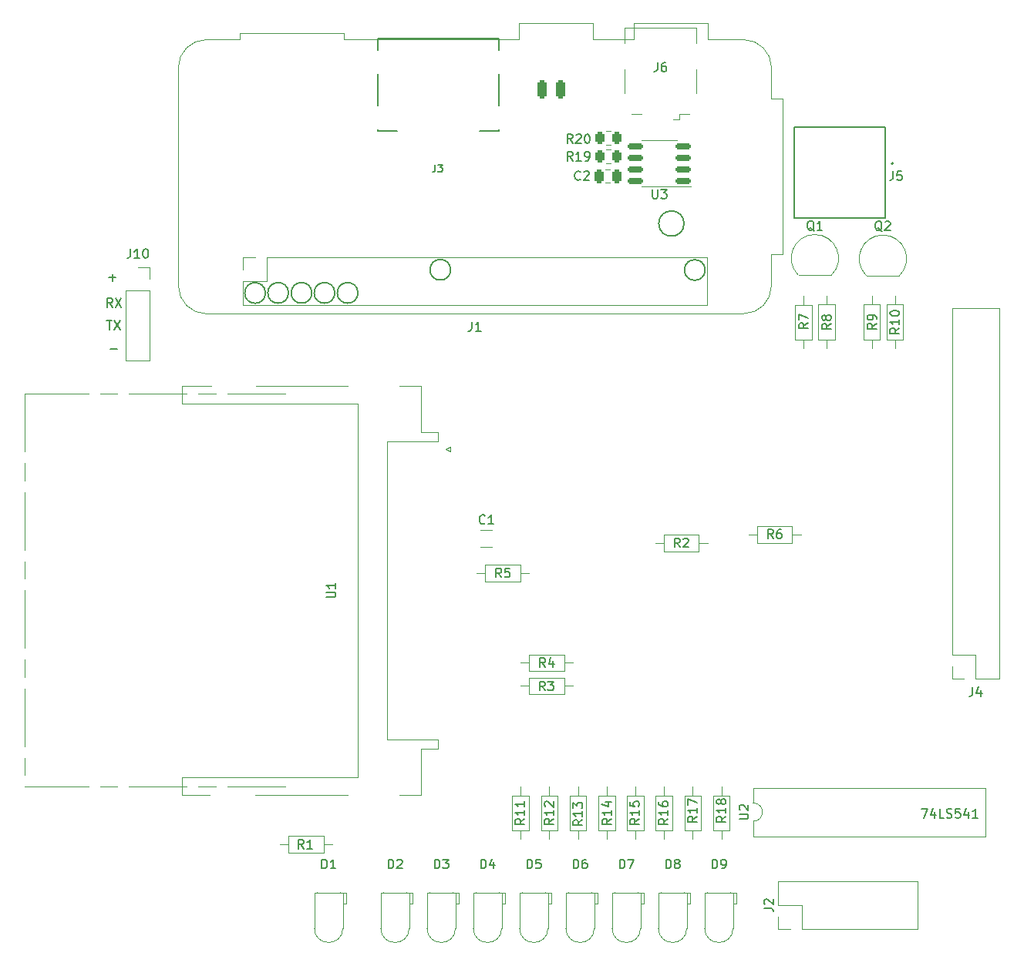
<source format=gto>
G04 #@! TF.GenerationSoftware,KiCad,Pcbnew,7.0.5*
G04 #@! TF.CreationDate,2023-12-17T09:41:48+13:00*
G04 #@! TF.ProjectId,CompactFlash,436f6d70-6163-4744-966c-6173682e6b69,2*
G04 #@! TF.SameCoordinates,Original*
G04 #@! TF.FileFunction,Legend,Top*
G04 #@! TF.FilePolarity,Positive*
%FSLAX46Y46*%
G04 Gerber Fmt 4.6, Leading zero omitted, Abs format (unit mm)*
G04 Created by KiCad (PCBNEW 7.0.5) date 2023-12-17 09:41:48*
%MOMM*%
%LPD*%
G01*
G04 APERTURE LIST*
G04 Aperture macros list*
%AMRoundRect*
0 Rectangle with rounded corners*
0 $1 Rounding radius*
0 $2 $3 $4 $5 $6 $7 $8 $9 X,Y pos of 4 corners*
0 Add a 4 corners polygon primitive as box body*
4,1,4,$2,$3,$4,$5,$6,$7,$8,$9,$2,$3,0*
0 Add four circle primitives for the rounded corners*
1,1,$1+$1,$2,$3*
1,1,$1+$1,$4,$5*
1,1,$1+$1,$6,$7*
1,1,$1+$1,$8,$9*
0 Add four rect primitives between the rounded corners*
20,1,$1+$1,$2,$3,$4,$5,0*
20,1,$1+$1,$4,$5,$6,$7,0*
20,1,$1+$1,$6,$7,$8,$9,0*
20,1,$1+$1,$8,$9,$2,$3,0*%
G04 Aperture macros list end*
%ADD10C,0.150000*%
%ADD11C,0.120000*%
%ADD12C,0.127000*%
%ADD13C,0.200000*%
%ADD14C,1.400000*%
%ADD15O,1.400000X1.400000*%
%ADD16R,1.700000X1.700000*%
%ADD17O,1.700000X1.700000*%
%ADD18RoundRect,0.250000X-0.250000X-0.750000X0.250000X-0.750000X0.250000X0.750000X-0.250000X0.750000X0*%
%ADD19O,1.800000X3.600000*%
%ADD20O,4.200000X2.100000*%
%ADD21C,3.990000*%
%ADD22C,1.700000*%
%ADD23R,4.000000X3.000000*%
%ADD24C,0.800000*%
%ADD25R,3.510000X0.410000*%
%ADD26R,1.600000X1.600000*%
%ADD27O,1.600000X1.600000*%
%ADD28R,1.050000X1.500000*%
%ADD29O,1.050000X1.500000*%
%ADD30R,1.800000X1.800000*%
%ADD31C,1.800000*%
%ADD32RoundRect,0.150000X0.675000X0.150000X-0.675000X0.150000X-0.675000X-0.150000X0.675000X-0.150000X0*%
%ADD33RoundRect,0.250000X0.262500X0.450000X-0.262500X0.450000X-0.262500X-0.450000X0.262500X-0.450000X0*%
%ADD34C,6.000000*%
%ADD35C,0.900000*%
%ADD36R,0.500000X2.500000*%
%ADD37R,2.000000X2.500000*%
%ADD38C,1.500000*%
%ADD39R,1.250000X3.500000*%
%ADD40R,3.500000X2.000000*%
%ADD41C,3.200000*%
%ADD42C,1.600000*%
%ADD43RoundRect,0.250000X-0.250000X-0.475000X0.250000X-0.475000X0.250000X0.475000X-0.250000X0.475000X0*%
G04 APERTURE END LIST*
D10*
X126799244Y-71251549D02*
G75*
G03*
X126799244Y-71251549I-1132794J0D01*
G01*
X165140149Y-63631549D02*
G75*
G03*
X165140149Y-63631549I-1383905J0D01*
G01*
X139514438Y-68711549D02*
G75*
G03*
X139514438Y-68711549I-1132794J0D01*
G01*
X167454438Y-68736949D02*
G75*
G03*
X167454438Y-68736949I-1132794J0D01*
G01*
X119179244Y-71261755D02*
G75*
G03*
X119179244Y-71261755I-1132794J0D01*
G01*
X124274438Y-71251549D02*
G75*
G03*
X124274438Y-71251549I-1132794J0D01*
G01*
X129339244Y-71251549D02*
G75*
G03*
X129339244Y-71251549I-1132794J0D01*
G01*
X121709038Y-71251549D02*
G75*
G03*
X121709038Y-71251549I-1132794J0D01*
G01*
X102368457Y-72823168D02*
X102035124Y-72346977D01*
X101797029Y-72823168D02*
X101797029Y-71823168D01*
X101797029Y-71823168D02*
X102177981Y-71823168D01*
X102177981Y-71823168D02*
X102273219Y-71870787D01*
X102273219Y-71870787D02*
X102320838Y-71918406D01*
X102320838Y-71918406D02*
X102368457Y-72013644D01*
X102368457Y-72013644D02*
X102368457Y-72156501D01*
X102368457Y-72156501D02*
X102320838Y-72251739D01*
X102320838Y-72251739D02*
X102273219Y-72299358D01*
X102273219Y-72299358D02*
X102177981Y-72346977D01*
X102177981Y-72346977D02*
X101797029Y-72346977D01*
X102701791Y-71823168D02*
X103368457Y-72823168D01*
X103368457Y-71823168D02*
X102701791Y-72823168D01*
X102000229Y-69546615D02*
X102762134Y-69546615D01*
X102381181Y-69927568D02*
X102381181Y-69165663D01*
X191211391Y-127957168D02*
X191878057Y-127957168D01*
X191878057Y-127957168D02*
X191449486Y-128957168D01*
X192687581Y-128290501D02*
X192687581Y-128957168D01*
X192449486Y-127909549D02*
X192211391Y-128623834D01*
X192211391Y-128623834D02*
X192830438Y-128623834D01*
X193687581Y-128957168D02*
X193211391Y-128957168D01*
X193211391Y-128957168D02*
X193211391Y-127957168D01*
X193973296Y-128909549D02*
X194116153Y-128957168D01*
X194116153Y-128957168D02*
X194354248Y-128957168D01*
X194354248Y-128957168D02*
X194449486Y-128909549D01*
X194449486Y-128909549D02*
X194497105Y-128861929D01*
X194497105Y-128861929D02*
X194544724Y-128766691D01*
X194544724Y-128766691D02*
X194544724Y-128671453D01*
X194544724Y-128671453D02*
X194497105Y-128576215D01*
X194497105Y-128576215D02*
X194449486Y-128528596D01*
X194449486Y-128528596D02*
X194354248Y-128480977D01*
X194354248Y-128480977D02*
X194163772Y-128433358D01*
X194163772Y-128433358D02*
X194068534Y-128385739D01*
X194068534Y-128385739D02*
X194020915Y-128338120D01*
X194020915Y-128338120D02*
X193973296Y-128242882D01*
X193973296Y-128242882D02*
X193973296Y-128147644D01*
X193973296Y-128147644D02*
X194020915Y-128052406D01*
X194020915Y-128052406D02*
X194068534Y-128004787D01*
X194068534Y-128004787D02*
X194163772Y-127957168D01*
X194163772Y-127957168D02*
X194401867Y-127957168D01*
X194401867Y-127957168D02*
X194544724Y-128004787D01*
X195449486Y-127957168D02*
X194973296Y-127957168D01*
X194973296Y-127957168D02*
X194925677Y-128433358D01*
X194925677Y-128433358D02*
X194973296Y-128385739D01*
X194973296Y-128385739D02*
X195068534Y-128338120D01*
X195068534Y-128338120D02*
X195306629Y-128338120D01*
X195306629Y-128338120D02*
X195401867Y-128385739D01*
X195401867Y-128385739D02*
X195449486Y-128433358D01*
X195449486Y-128433358D02*
X195497105Y-128528596D01*
X195497105Y-128528596D02*
X195497105Y-128766691D01*
X195497105Y-128766691D02*
X195449486Y-128861929D01*
X195449486Y-128861929D02*
X195401867Y-128909549D01*
X195401867Y-128909549D02*
X195306629Y-128957168D01*
X195306629Y-128957168D02*
X195068534Y-128957168D01*
X195068534Y-128957168D02*
X194973296Y-128909549D01*
X194973296Y-128909549D02*
X194925677Y-128861929D01*
X196354248Y-128290501D02*
X196354248Y-128957168D01*
X196116153Y-127909549D02*
X195878058Y-128623834D01*
X195878058Y-128623834D02*
X196497105Y-128623834D01*
X197401867Y-128957168D02*
X196830439Y-128957168D01*
X197116153Y-128957168D02*
X197116153Y-127957168D01*
X197116153Y-127957168D02*
X197020915Y-128100025D01*
X197020915Y-128100025D02*
X196925677Y-128195263D01*
X196925677Y-128195263D02*
X196830439Y-128242882D01*
X101755772Y-74312368D02*
X102327200Y-74312368D01*
X102041486Y-75312368D02*
X102041486Y-74312368D01*
X102565296Y-74312368D02*
X103231962Y-75312368D01*
X103231962Y-74312368D02*
X102565296Y-75312368D01*
X102152629Y-77395215D02*
X102914534Y-77395215D01*
X164691983Y-99212968D02*
X164358650Y-98736777D01*
X164120555Y-99212968D02*
X164120555Y-98212968D01*
X164120555Y-98212968D02*
X164501507Y-98212968D01*
X164501507Y-98212968D02*
X164596745Y-98260587D01*
X164596745Y-98260587D02*
X164644364Y-98308206D01*
X164644364Y-98308206D02*
X164691983Y-98403444D01*
X164691983Y-98403444D02*
X164691983Y-98546301D01*
X164691983Y-98546301D02*
X164644364Y-98641539D01*
X164644364Y-98641539D02*
X164596745Y-98689158D01*
X164596745Y-98689158D02*
X164501507Y-98736777D01*
X164501507Y-98736777D02*
X164120555Y-98736777D01*
X165072936Y-98308206D02*
X165120555Y-98260587D01*
X165120555Y-98260587D02*
X165215793Y-98212968D01*
X165215793Y-98212968D02*
X165453888Y-98212968D01*
X165453888Y-98212968D02*
X165549126Y-98260587D01*
X165549126Y-98260587D02*
X165596745Y-98308206D01*
X165596745Y-98308206D02*
X165644364Y-98403444D01*
X165644364Y-98403444D02*
X165644364Y-98498682D01*
X165644364Y-98498682D02*
X165596745Y-98641539D01*
X165596745Y-98641539D02*
X165025317Y-99212968D01*
X165025317Y-99212968D02*
X165644364Y-99212968D01*
X173927096Y-138871309D02*
X174641381Y-138871309D01*
X174641381Y-138871309D02*
X174784238Y-138918928D01*
X174784238Y-138918928D02*
X174879477Y-139014166D01*
X174879477Y-139014166D02*
X174927096Y-139157023D01*
X174927096Y-139157023D02*
X174927096Y-139252261D01*
X174022334Y-138442737D02*
X173974715Y-138395118D01*
X173974715Y-138395118D02*
X173927096Y-138299880D01*
X173927096Y-138299880D02*
X173927096Y-138061785D01*
X173927096Y-138061785D02*
X173974715Y-137966547D01*
X173974715Y-137966547D02*
X174022334Y-137918928D01*
X174022334Y-137918928D02*
X174117572Y-137871309D01*
X174117572Y-137871309D02*
X174212810Y-137871309D01*
X174212810Y-137871309D02*
X174355667Y-137918928D01*
X174355667Y-137918928D02*
X174927096Y-138490356D01*
X174927096Y-138490356D02*
X174927096Y-137871309D01*
X181290869Y-74644015D02*
X180814678Y-74977348D01*
X181290869Y-75215443D02*
X180290869Y-75215443D01*
X180290869Y-75215443D02*
X180290869Y-74834491D01*
X180290869Y-74834491D02*
X180338488Y-74739253D01*
X180338488Y-74739253D02*
X180386107Y-74691634D01*
X180386107Y-74691634D02*
X180481345Y-74644015D01*
X180481345Y-74644015D02*
X180624202Y-74644015D01*
X180624202Y-74644015D02*
X180719440Y-74691634D01*
X180719440Y-74691634D02*
X180767059Y-74739253D01*
X180767059Y-74739253D02*
X180814678Y-74834491D01*
X180814678Y-74834491D02*
X180814678Y-75215443D01*
X180719440Y-74072586D02*
X180671821Y-74167824D01*
X180671821Y-74167824D02*
X180624202Y-74215443D01*
X180624202Y-74215443D02*
X180528964Y-74263062D01*
X180528964Y-74263062D02*
X180481345Y-74263062D01*
X180481345Y-74263062D02*
X180386107Y-74215443D01*
X180386107Y-74215443D02*
X180338488Y-74167824D01*
X180338488Y-74167824D02*
X180290869Y-74072586D01*
X180290869Y-74072586D02*
X180290869Y-73882110D01*
X180290869Y-73882110D02*
X180338488Y-73786872D01*
X180338488Y-73786872D02*
X180386107Y-73739253D01*
X180386107Y-73739253D02*
X180481345Y-73691634D01*
X180481345Y-73691634D02*
X180528964Y-73691634D01*
X180528964Y-73691634D02*
X180624202Y-73739253D01*
X180624202Y-73739253D02*
X180671821Y-73786872D01*
X180671821Y-73786872D02*
X180719440Y-73882110D01*
X180719440Y-73882110D02*
X180719440Y-74072586D01*
X180719440Y-74072586D02*
X180767059Y-74167824D01*
X180767059Y-74167824D02*
X180814678Y-74215443D01*
X180814678Y-74215443D02*
X180909916Y-74263062D01*
X180909916Y-74263062D02*
X181100392Y-74263062D01*
X181100392Y-74263062D02*
X181195630Y-74215443D01*
X181195630Y-74215443D02*
X181243250Y-74167824D01*
X181243250Y-74167824D02*
X181290869Y-74072586D01*
X181290869Y-74072586D02*
X181290869Y-73882110D01*
X181290869Y-73882110D02*
X181243250Y-73786872D01*
X181243250Y-73786872D02*
X181195630Y-73739253D01*
X181195630Y-73739253D02*
X181100392Y-73691634D01*
X181100392Y-73691634D02*
X180909916Y-73691634D01*
X180909916Y-73691634D02*
X180814678Y-73739253D01*
X180814678Y-73739253D02*
X180767059Y-73786872D01*
X180767059Y-73786872D02*
X180719440Y-73882110D01*
X188096516Y-57879368D02*
X188096516Y-58593653D01*
X188096516Y-58593653D02*
X188048897Y-58736510D01*
X188048897Y-58736510D02*
X187953659Y-58831749D01*
X187953659Y-58831749D02*
X187810802Y-58879368D01*
X187810802Y-58879368D02*
X187715564Y-58879368D01*
X189048897Y-57879368D02*
X188572707Y-57879368D01*
X188572707Y-57879368D02*
X188525088Y-58355558D01*
X188525088Y-58355558D02*
X188572707Y-58307939D01*
X188572707Y-58307939D02*
X188667945Y-58260320D01*
X188667945Y-58260320D02*
X188906040Y-58260320D01*
X188906040Y-58260320D02*
X189001278Y-58307939D01*
X189001278Y-58307939D02*
X189048897Y-58355558D01*
X189048897Y-58355558D02*
X189096516Y-58450796D01*
X189096516Y-58450796D02*
X189096516Y-58688891D01*
X189096516Y-58688891D02*
X189048897Y-58784129D01*
X189048897Y-58784129D02*
X189001278Y-58831749D01*
X189001278Y-58831749D02*
X188906040Y-58879368D01*
X188906040Y-58879368D02*
X188667945Y-58879368D01*
X188667945Y-58879368D02*
X188572707Y-58831749D01*
X188572707Y-58831749D02*
X188525088Y-58784129D01*
X125880569Y-104713453D02*
X126690092Y-104713453D01*
X126690092Y-104713453D02*
X126785330Y-104665834D01*
X126785330Y-104665834D02*
X126832950Y-104618215D01*
X126832950Y-104618215D02*
X126880569Y-104522977D01*
X126880569Y-104522977D02*
X126880569Y-104332501D01*
X126880569Y-104332501D02*
X126832950Y-104237263D01*
X126832950Y-104237263D02*
X126785330Y-104189644D01*
X126785330Y-104189644D02*
X126690092Y-104142025D01*
X126690092Y-104142025D02*
X125880569Y-104142025D01*
X126880569Y-103142025D02*
X126880569Y-103713453D01*
X126880569Y-103427739D02*
X125880569Y-103427739D01*
X125880569Y-103427739D02*
X126023426Y-103522977D01*
X126023426Y-103522977D02*
X126118664Y-103618215D01*
X126118664Y-103618215D02*
X126166283Y-103713453D01*
X171203669Y-129087253D02*
X172013192Y-129087253D01*
X172013192Y-129087253D02*
X172108430Y-129039634D01*
X172108430Y-129039634D02*
X172156050Y-128992015D01*
X172156050Y-128992015D02*
X172203669Y-128896777D01*
X172203669Y-128896777D02*
X172203669Y-128706301D01*
X172203669Y-128706301D02*
X172156050Y-128611063D01*
X172156050Y-128611063D02*
X172108430Y-128563444D01*
X172108430Y-128563444D02*
X172013192Y-128515825D01*
X172013192Y-128515825D02*
X171203669Y-128515825D01*
X171298907Y-128087253D02*
X171251288Y-128039634D01*
X171251288Y-128039634D02*
X171203669Y-127944396D01*
X171203669Y-127944396D02*
X171203669Y-127706301D01*
X171203669Y-127706301D02*
X171251288Y-127611063D01*
X171251288Y-127611063D02*
X171298907Y-127563444D01*
X171298907Y-127563444D02*
X171394145Y-127515825D01*
X171394145Y-127515825D02*
X171489383Y-127515825D01*
X171489383Y-127515825D02*
X171632240Y-127563444D01*
X171632240Y-127563444D02*
X172203669Y-128134872D01*
X172203669Y-128134872D02*
X172203669Y-127515825D01*
X186886811Y-64482406D02*
X186791573Y-64434787D01*
X186791573Y-64434787D02*
X186696335Y-64339549D01*
X186696335Y-64339549D02*
X186553478Y-64196691D01*
X186553478Y-64196691D02*
X186458240Y-64149072D01*
X186458240Y-64149072D02*
X186363002Y-64149072D01*
X186410621Y-64387168D02*
X186315383Y-64339549D01*
X186315383Y-64339549D02*
X186220145Y-64244310D01*
X186220145Y-64244310D02*
X186172526Y-64053834D01*
X186172526Y-64053834D02*
X186172526Y-63720501D01*
X186172526Y-63720501D02*
X186220145Y-63530025D01*
X186220145Y-63530025D02*
X186315383Y-63434787D01*
X186315383Y-63434787D02*
X186410621Y-63387168D01*
X186410621Y-63387168D02*
X186601097Y-63387168D01*
X186601097Y-63387168D02*
X186696335Y-63434787D01*
X186696335Y-63434787D02*
X186791573Y-63530025D01*
X186791573Y-63530025D02*
X186839192Y-63720501D01*
X186839192Y-63720501D02*
X186839192Y-64053834D01*
X186839192Y-64053834D02*
X186791573Y-64244310D01*
X186791573Y-64244310D02*
X186696335Y-64339549D01*
X186696335Y-64339549D02*
X186601097Y-64387168D01*
X186601097Y-64387168D02*
X186410621Y-64387168D01*
X187220145Y-63482406D02*
X187267764Y-63434787D01*
X187267764Y-63434787D02*
X187363002Y-63387168D01*
X187363002Y-63387168D02*
X187601097Y-63387168D01*
X187601097Y-63387168D02*
X187696335Y-63434787D01*
X187696335Y-63434787D02*
X187743954Y-63482406D01*
X187743954Y-63482406D02*
X187791573Y-63577644D01*
X187791573Y-63577644D02*
X187791573Y-63672882D01*
X187791573Y-63672882D02*
X187743954Y-63815739D01*
X187743954Y-63815739D02*
X187172526Y-64387168D01*
X187172526Y-64387168D02*
X187791573Y-64387168D01*
X132669955Y-134510768D02*
X132669955Y-133510768D01*
X132669955Y-133510768D02*
X132908050Y-133510768D01*
X132908050Y-133510768D02*
X133050907Y-133558387D01*
X133050907Y-133558387D02*
X133146145Y-133653625D01*
X133146145Y-133653625D02*
X133193764Y-133748863D01*
X133193764Y-133748863D02*
X133241383Y-133939339D01*
X133241383Y-133939339D02*
X133241383Y-134082196D01*
X133241383Y-134082196D02*
X133193764Y-134272672D01*
X133193764Y-134272672D02*
X133146145Y-134367910D01*
X133146145Y-134367910D02*
X133050907Y-134463149D01*
X133050907Y-134463149D02*
X132908050Y-134510768D01*
X132908050Y-134510768D02*
X132669955Y-134510768D01*
X133622336Y-133606006D02*
X133669955Y-133558387D01*
X133669955Y-133558387D02*
X133765193Y-133510768D01*
X133765193Y-133510768D02*
X134003288Y-133510768D01*
X134003288Y-133510768D02*
X134098526Y-133558387D01*
X134098526Y-133558387D02*
X134146145Y-133606006D01*
X134146145Y-133606006D02*
X134193764Y-133701244D01*
X134193764Y-133701244D02*
X134193764Y-133796482D01*
X134193764Y-133796482D02*
X134146145Y-133939339D01*
X134146145Y-133939339D02*
X133574717Y-134510768D01*
X133574717Y-134510768D02*
X134193764Y-134510768D01*
X123391583Y-132334168D02*
X123058250Y-131857977D01*
X122820155Y-132334168D02*
X122820155Y-131334168D01*
X122820155Y-131334168D02*
X123201107Y-131334168D01*
X123201107Y-131334168D02*
X123296345Y-131381787D01*
X123296345Y-131381787D02*
X123343964Y-131429406D01*
X123343964Y-131429406D02*
X123391583Y-131524644D01*
X123391583Y-131524644D02*
X123391583Y-131667501D01*
X123391583Y-131667501D02*
X123343964Y-131762739D01*
X123343964Y-131762739D02*
X123296345Y-131810358D01*
X123296345Y-131810358D02*
X123201107Y-131857977D01*
X123201107Y-131857977D02*
X122820155Y-131857977D01*
X124343964Y-132334168D02*
X123772536Y-132334168D01*
X124058250Y-132334168D02*
X124058250Y-131334168D01*
X124058250Y-131334168D02*
X123963012Y-131477025D01*
X123963012Y-131477025D02*
X123867774Y-131572263D01*
X123867774Y-131572263D02*
X123772536Y-131619882D01*
X161675445Y-59882368D02*
X161675445Y-60691891D01*
X161675445Y-60691891D02*
X161723064Y-60787129D01*
X161723064Y-60787129D02*
X161770683Y-60834749D01*
X161770683Y-60834749D02*
X161865921Y-60882368D01*
X161865921Y-60882368D02*
X162056397Y-60882368D01*
X162056397Y-60882368D02*
X162151635Y-60834749D01*
X162151635Y-60834749D02*
X162199254Y-60787129D01*
X162199254Y-60787129D02*
X162246873Y-60691891D01*
X162246873Y-60691891D02*
X162246873Y-59882368D01*
X162627826Y-59882368D02*
X163246873Y-59882368D01*
X163246873Y-59882368D02*
X162913540Y-60263320D01*
X162913540Y-60263320D02*
X163056397Y-60263320D01*
X163056397Y-60263320D02*
X163151635Y-60310939D01*
X163151635Y-60310939D02*
X163199254Y-60358558D01*
X163199254Y-60358558D02*
X163246873Y-60453796D01*
X163246873Y-60453796D02*
X163246873Y-60691891D01*
X163246873Y-60691891D02*
X163199254Y-60787129D01*
X163199254Y-60787129D02*
X163151635Y-60834749D01*
X163151635Y-60834749D02*
X163056397Y-60882368D01*
X163056397Y-60882368D02*
X162770683Y-60882368D01*
X162770683Y-60882368D02*
X162675445Y-60834749D01*
X162675445Y-60834749D02*
X162627826Y-60787129D01*
X163149955Y-134510768D02*
X163149955Y-133510768D01*
X163149955Y-133510768D02*
X163388050Y-133510768D01*
X163388050Y-133510768D02*
X163530907Y-133558387D01*
X163530907Y-133558387D02*
X163626145Y-133653625D01*
X163626145Y-133653625D02*
X163673764Y-133748863D01*
X163673764Y-133748863D02*
X163721383Y-133939339D01*
X163721383Y-133939339D02*
X163721383Y-134082196D01*
X163721383Y-134082196D02*
X163673764Y-134272672D01*
X163673764Y-134272672D02*
X163626145Y-134367910D01*
X163626145Y-134367910D02*
X163530907Y-134463149D01*
X163530907Y-134463149D02*
X163388050Y-134510768D01*
X163388050Y-134510768D02*
X163149955Y-134510768D01*
X164292812Y-133939339D02*
X164197574Y-133891720D01*
X164197574Y-133891720D02*
X164149955Y-133844101D01*
X164149955Y-133844101D02*
X164102336Y-133748863D01*
X164102336Y-133748863D02*
X164102336Y-133701244D01*
X164102336Y-133701244D02*
X164149955Y-133606006D01*
X164149955Y-133606006D02*
X164197574Y-133558387D01*
X164197574Y-133558387D02*
X164292812Y-133510768D01*
X164292812Y-133510768D02*
X164483288Y-133510768D01*
X164483288Y-133510768D02*
X164578526Y-133558387D01*
X164578526Y-133558387D02*
X164626145Y-133606006D01*
X164626145Y-133606006D02*
X164673764Y-133701244D01*
X164673764Y-133701244D02*
X164673764Y-133748863D01*
X164673764Y-133748863D02*
X164626145Y-133844101D01*
X164626145Y-133844101D02*
X164578526Y-133891720D01*
X164578526Y-133891720D02*
X164483288Y-133939339D01*
X164483288Y-133939339D02*
X164292812Y-133939339D01*
X164292812Y-133939339D02*
X164197574Y-133986958D01*
X164197574Y-133986958D02*
X164149955Y-134034577D01*
X164149955Y-134034577D02*
X164102336Y-134129815D01*
X164102336Y-134129815D02*
X164102336Y-134320291D01*
X164102336Y-134320291D02*
X164149955Y-134415529D01*
X164149955Y-134415529D02*
X164197574Y-134463149D01*
X164197574Y-134463149D02*
X164292812Y-134510768D01*
X164292812Y-134510768D02*
X164483288Y-134510768D01*
X164483288Y-134510768D02*
X164578526Y-134463149D01*
X164578526Y-134463149D02*
X164626145Y-134415529D01*
X164626145Y-134415529D02*
X164673764Y-134320291D01*
X164673764Y-134320291D02*
X164673764Y-134129815D01*
X164673764Y-134129815D02*
X164626145Y-134034577D01*
X164626145Y-134034577D02*
X164578526Y-133986958D01*
X164578526Y-133986958D02*
X164483288Y-133939339D01*
X152904492Y-56720368D02*
X152571159Y-56244177D01*
X152333064Y-56720368D02*
X152333064Y-55720368D01*
X152333064Y-55720368D02*
X152714016Y-55720368D01*
X152714016Y-55720368D02*
X152809254Y-55767987D01*
X152809254Y-55767987D02*
X152856873Y-55815606D01*
X152856873Y-55815606D02*
X152904492Y-55910844D01*
X152904492Y-55910844D02*
X152904492Y-56053701D01*
X152904492Y-56053701D02*
X152856873Y-56148939D01*
X152856873Y-56148939D02*
X152809254Y-56196558D01*
X152809254Y-56196558D02*
X152714016Y-56244177D01*
X152714016Y-56244177D02*
X152333064Y-56244177D01*
X153856873Y-56720368D02*
X153285445Y-56720368D01*
X153571159Y-56720368D02*
X153571159Y-55720368D01*
X153571159Y-55720368D02*
X153475921Y-55863225D01*
X153475921Y-55863225D02*
X153380683Y-55958463D01*
X153380683Y-55958463D02*
X153285445Y-56006082D01*
X154333064Y-56720368D02*
X154523540Y-56720368D01*
X154523540Y-56720368D02*
X154618778Y-56672749D01*
X154618778Y-56672749D02*
X154666397Y-56625129D01*
X154666397Y-56625129D02*
X154761635Y-56482272D01*
X154761635Y-56482272D02*
X154809254Y-56291796D01*
X154809254Y-56291796D02*
X154809254Y-55910844D01*
X154809254Y-55910844D02*
X154761635Y-55815606D01*
X154761635Y-55815606D02*
X154714016Y-55767987D01*
X154714016Y-55767987D02*
X154618778Y-55720368D01*
X154618778Y-55720368D02*
X154428302Y-55720368D01*
X154428302Y-55720368D02*
X154333064Y-55767987D01*
X154333064Y-55767987D02*
X154285445Y-55815606D01*
X154285445Y-55815606D02*
X154237826Y-55910844D01*
X154237826Y-55910844D02*
X154237826Y-56148939D01*
X154237826Y-56148939D02*
X154285445Y-56244177D01*
X154285445Y-56244177D02*
X154333064Y-56291796D01*
X154333064Y-56291796D02*
X154428302Y-56339415D01*
X154428302Y-56339415D02*
X154618778Y-56339415D01*
X154618778Y-56339415D02*
X154714016Y-56291796D01*
X154714016Y-56291796D02*
X154761635Y-56244177D01*
X154761635Y-56244177D02*
X154809254Y-56148939D01*
X157160069Y-129044406D02*
X156683878Y-129377739D01*
X157160069Y-129615834D02*
X156160069Y-129615834D01*
X156160069Y-129615834D02*
X156160069Y-129234882D01*
X156160069Y-129234882D02*
X156207688Y-129139644D01*
X156207688Y-129139644D02*
X156255307Y-129092025D01*
X156255307Y-129092025D02*
X156350545Y-129044406D01*
X156350545Y-129044406D02*
X156493402Y-129044406D01*
X156493402Y-129044406D02*
X156588640Y-129092025D01*
X156588640Y-129092025D02*
X156636259Y-129139644D01*
X156636259Y-129139644D02*
X156683878Y-129234882D01*
X156683878Y-129234882D02*
X156683878Y-129615834D01*
X157160069Y-128092025D02*
X157160069Y-128663453D01*
X157160069Y-128377739D02*
X156160069Y-128377739D01*
X156160069Y-128377739D02*
X156302926Y-128472977D01*
X156302926Y-128472977D02*
X156398164Y-128568215D01*
X156398164Y-128568215D02*
X156445783Y-128663453D01*
X156493402Y-127234882D02*
X157160069Y-127234882D01*
X156112450Y-127472977D02*
X156826735Y-127711072D01*
X156826735Y-127711072D02*
X156826735Y-127092025D01*
X160208069Y-129044406D02*
X159731878Y-129377739D01*
X160208069Y-129615834D02*
X159208069Y-129615834D01*
X159208069Y-129615834D02*
X159208069Y-129234882D01*
X159208069Y-129234882D02*
X159255688Y-129139644D01*
X159255688Y-129139644D02*
X159303307Y-129092025D01*
X159303307Y-129092025D02*
X159398545Y-129044406D01*
X159398545Y-129044406D02*
X159541402Y-129044406D01*
X159541402Y-129044406D02*
X159636640Y-129092025D01*
X159636640Y-129092025D02*
X159684259Y-129139644D01*
X159684259Y-129139644D02*
X159731878Y-129234882D01*
X159731878Y-129234882D02*
X159731878Y-129615834D01*
X160208069Y-128092025D02*
X160208069Y-128663453D01*
X160208069Y-128377739D02*
X159208069Y-128377739D01*
X159208069Y-128377739D02*
X159350926Y-128472977D01*
X159350926Y-128472977D02*
X159446164Y-128568215D01*
X159446164Y-128568215D02*
X159493783Y-128663453D01*
X159208069Y-127187263D02*
X159208069Y-127663453D01*
X159208069Y-127663453D02*
X159684259Y-127711072D01*
X159684259Y-127711072D02*
X159636640Y-127663453D01*
X159636640Y-127663453D02*
X159589021Y-127568215D01*
X159589021Y-127568215D02*
X159589021Y-127330120D01*
X159589021Y-127330120D02*
X159636640Y-127234882D01*
X159636640Y-127234882D02*
X159684259Y-127187263D01*
X159684259Y-127187263D02*
X159779497Y-127139644D01*
X159779497Y-127139644D02*
X160017592Y-127139644D01*
X160017592Y-127139644D02*
X160112830Y-127187263D01*
X160112830Y-127187263D02*
X160160450Y-127234882D01*
X160160450Y-127234882D02*
X160208069Y-127330120D01*
X160208069Y-127330120D02*
X160208069Y-127568215D01*
X160208069Y-127568215D02*
X160160450Y-127663453D01*
X160160450Y-127663453D02*
X160112830Y-127711072D01*
X169733069Y-128790406D02*
X169256878Y-129123739D01*
X169733069Y-129361834D02*
X168733069Y-129361834D01*
X168733069Y-129361834D02*
X168733069Y-128980882D01*
X168733069Y-128980882D02*
X168780688Y-128885644D01*
X168780688Y-128885644D02*
X168828307Y-128838025D01*
X168828307Y-128838025D02*
X168923545Y-128790406D01*
X168923545Y-128790406D02*
X169066402Y-128790406D01*
X169066402Y-128790406D02*
X169161640Y-128838025D01*
X169161640Y-128838025D02*
X169209259Y-128885644D01*
X169209259Y-128885644D02*
X169256878Y-128980882D01*
X169256878Y-128980882D02*
X169256878Y-129361834D01*
X169733069Y-127838025D02*
X169733069Y-128409453D01*
X169733069Y-128123739D02*
X168733069Y-128123739D01*
X168733069Y-128123739D02*
X168875926Y-128218977D01*
X168875926Y-128218977D02*
X168971164Y-128314215D01*
X168971164Y-128314215D02*
X169018783Y-128409453D01*
X169161640Y-127266596D02*
X169114021Y-127361834D01*
X169114021Y-127361834D02*
X169066402Y-127409453D01*
X169066402Y-127409453D02*
X168971164Y-127457072D01*
X168971164Y-127457072D02*
X168923545Y-127457072D01*
X168923545Y-127457072D02*
X168828307Y-127409453D01*
X168828307Y-127409453D02*
X168780688Y-127361834D01*
X168780688Y-127361834D02*
X168733069Y-127266596D01*
X168733069Y-127266596D02*
X168733069Y-127076120D01*
X168733069Y-127076120D02*
X168780688Y-126980882D01*
X168780688Y-126980882D02*
X168828307Y-126933263D01*
X168828307Y-126933263D02*
X168923545Y-126885644D01*
X168923545Y-126885644D02*
X168971164Y-126885644D01*
X168971164Y-126885644D02*
X169066402Y-126933263D01*
X169066402Y-126933263D02*
X169114021Y-126980882D01*
X169114021Y-126980882D02*
X169161640Y-127076120D01*
X169161640Y-127076120D02*
X169161640Y-127266596D01*
X169161640Y-127266596D02*
X169209259Y-127361834D01*
X169209259Y-127361834D02*
X169256878Y-127409453D01*
X169256878Y-127409453D02*
X169352116Y-127457072D01*
X169352116Y-127457072D02*
X169542592Y-127457072D01*
X169542592Y-127457072D02*
X169637830Y-127409453D01*
X169637830Y-127409453D02*
X169685450Y-127361834D01*
X169685450Y-127361834D02*
X169733069Y-127266596D01*
X169733069Y-127266596D02*
X169733069Y-127076120D01*
X169733069Y-127076120D02*
X169685450Y-126980882D01*
X169685450Y-126980882D02*
X169637830Y-126933263D01*
X169637830Y-126933263D02*
X169542592Y-126885644D01*
X169542592Y-126885644D02*
X169352116Y-126885644D01*
X169352116Y-126885644D02*
X169256878Y-126933263D01*
X169256878Y-126933263D02*
X169209259Y-126980882D01*
X169209259Y-126980882D02*
X169161640Y-127076120D01*
X141849916Y-74436368D02*
X141849916Y-75150653D01*
X141849916Y-75150653D02*
X141802297Y-75293510D01*
X141802297Y-75293510D02*
X141707059Y-75388749D01*
X141707059Y-75388749D02*
X141564202Y-75436368D01*
X141564202Y-75436368D02*
X141468964Y-75436368D01*
X142849916Y-75436368D02*
X142278488Y-75436368D01*
X142564202Y-75436368D02*
X142564202Y-74436368D01*
X142564202Y-74436368D02*
X142468964Y-74579225D01*
X142468964Y-74579225D02*
X142373726Y-74674463D01*
X142373726Y-74674463D02*
X142278488Y-74722082D01*
X147635069Y-129044406D02*
X147158878Y-129377739D01*
X147635069Y-129615834D02*
X146635069Y-129615834D01*
X146635069Y-129615834D02*
X146635069Y-129234882D01*
X146635069Y-129234882D02*
X146682688Y-129139644D01*
X146682688Y-129139644D02*
X146730307Y-129092025D01*
X146730307Y-129092025D02*
X146825545Y-129044406D01*
X146825545Y-129044406D02*
X146968402Y-129044406D01*
X146968402Y-129044406D02*
X147063640Y-129092025D01*
X147063640Y-129092025D02*
X147111259Y-129139644D01*
X147111259Y-129139644D02*
X147158878Y-129234882D01*
X147158878Y-129234882D02*
X147158878Y-129615834D01*
X147635069Y-128092025D02*
X147635069Y-128663453D01*
X147635069Y-128377739D02*
X146635069Y-128377739D01*
X146635069Y-128377739D02*
X146777926Y-128472977D01*
X146777926Y-128472977D02*
X146873164Y-128568215D01*
X146873164Y-128568215D02*
X146920783Y-128663453D01*
X147635069Y-127139644D02*
X147635069Y-127711072D01*
X147635069Y-127425358D02*
X146635069Y-127425358D01*
X146635069Y-127425358D02*
X146777926Y-127520596D01*
X146777926Y-127520596D02*
X146873164Y-127615834D01*
X146873164Y-127615834D02*
X146920783Y-127711072D01*
X152989955Y-134510768D02*
X152989955Y-133510768D01*
X152989955Y-133510768D02*
X153228050Y-133510768D01*
X153228050Y-133510768D02*
X153370907Y-133558387D01*
X153370907Y-133558387D02*
X153466145Y-133653625D01*
X153466145Y-133653625D02*
X153513764Y-133748863D01*
X153513764Y-133748863D02*
X153561383Y-133939339D01*
X153561383Y-133939339D02*
X153561383Y-134082196D01*
X153561383Y-134082196D02*
X153513764Y-134272672D01*
X153513764Y-134272672D02*
X153466145Y-134367910D01*
X153466145Y-134367910D02*
X153370907Y-134463149D01*
X153370907Y-134463149D02*
X153228050Y-134510768D01*
X153228050Y-134510768D02*
X152989955Y-134510768D01*
X154418526Y-133510768D02*
X154228050Y-133510768D01*
X154228050Y-133510768D02*
X154132812Y-133558387D01*
X154132812Y-133558387D02*
X154085193Y-133606006D01*
X154085193Y-133606006D02*
X153989955Y-133748863D01*
X153989955Y-133748863D02*
X153942336Y-133939339D01*
X153942336Y-133939339D02*
X153942336Y-134320291D01*
X153942336Y-134320291D02*
X153989955Y-134415529D01*
X153989955Y-134415529D02*
X154037574Y-134463149D01*
X154037574Y-134463149D02*
X154132812Y-134510768D01*
X154132812Y-134510768D02*
X154323288Y-134510768D01*
X154323288Y-134510768D02*
X154418526Y-134463149D01*
X154418526Y-134463149D02*
X154466145Y-134415529D01*
X154466145Y-134415529D02*
X154513764Y-134320291D01*
X154513764Y-134320291D02*
X154513764Y-134082196D01*
X154513764Y-134082196D02*
X154466145Y-133986958D01*
X154466145Y-133986958D02*
X154418526Y-133939339D01*
X154418526Y-133939339D02*
X154323288Y-133891720D01*
X154323288Y-133891720D02*
X154132812Y-133891720D01*
X154132812Y-133891720D02*
X154037574Y-133939339D01*
X154037574Y-133939339D02*
X153989955Y-133986958D01*
X153989955Y-133986958D02*
X153942336Y-134082196D01*
X125380155Y-134510768D02*
X125380155Y-133510768D01*
X125380155Y-133510768D02*
X125618250Y-133510768D01*
X125618250Y-133510768D02*
X125761107Y-133558387D01*
X125761107Y-133558387D02*
X125856345Y-133653625D01*
X125856345Y-133653625D02*
X125903964Y-133748863D01*
X125903964Y-133748863D02*
X125951583Y-133939339D01*
X125951583Y-133939339D02*
X125951583Y-134082196D01*
X125951583Y-134082196D02*
X125903964Y-134272672D01*
X125903964Y-134272672D02*
X125856345Y-134367910D01*
X125856345Y-134367910D02*
X125761107Y-134463149D01*
X125761107Y-134463149D02*
X125618250Y-134510768D01*
X125618250Y-134510768D02*
X125380155Y-134510768D01*
X126903964Y-134510768D02*
X126332536Y-134510768D01*
X126618250Y-134510768D02*
X126618250Y-133510768D01*
X126618250Y-133510768D02*
X126523012Y-133653625D01*
X126523012Y-133653625D02*
X126427774Y-133748863D01*
X126427774Y-133748863D02*
X126332536Y-133796482D01*
X145083183Y-102516168D02*
X144749850Y-102039977D01*
X144511755Y-102516168D02*
X144511755Y-101516168D01*
X144511755Y-101516168D02*
X144892707Y-101516168D01*
X144892707Y-101516168D02*
X144987945Y-101563787D01*
X144987945Y-101563787D02*
X145035564Y-101611406D01*
X145035564Y-101611406D02*
X145083183Y-101706644D01*
X145083183Y-101706644D02*
X145083183Y-101849501D01*
X145083183Y-101849501D02*
X145035564Y-101944739D01*
X145035564Y-101944739D02*
X144987945Y-101992358D01*
X144987945Y-101992358D02*
X144892707Y-102039977D01*
X144892707Y-102039977D02*
X144511755Y-102039977D01*
X145987945Y-101516168D02*
X145511755Y-101516168D01*
X145511755Y-101516168D02*
X145464136Y-101992358D01*
X145464136Y-101992358D02*
X145511755Y-101944739D01*
X145511755Y-101944739D02*
X145606993Y-101897120D01*
X145606993Y-101897120D02*
X145845088Y-101897120D01*
X145845088Y-101897120D02*
X145940326Y-101944739D01*
X145940326Y-101944739D02*
X145987945Y-101992358D01*
X145987945Y-101992358D02*
X146035564Y-102087596D01*
X146035564Y-102087596D02*
X146035564Y-102325691D01*
X146035564Y-102325691D02*
X145987945Y-102420929D01*
X145987945Y-102420929D02*
X145940326Y-102468549D01*
X145940326Y-102468549D02*
X145845088Y-102516168D01*
X145845088Y-102516168D02*
X145606993Y-102516168D01*
X145606993Y-102516168D02*
X145511755Y-102468549D01*
X145511755Y-102468549D02*
X145464136Y-102420929D01*
X142829955Y-134510768D02*
X142829955Y-133510768D01*
X142829955Y-133510768D02*
X143068050Y-133510768D01*
X143068050Y-133510768D02*
X143210907Y-133558387D01*
X143210907Y-133558387D02*
X143306145Y-133653625D01*
X143306145Y-133653625D02*
X143353764Y-133748863D01*
X143353764Y-133748863D02*
X143401383Y-133939339D01*
X143401383Y-133939339D02*
X143401383Y-134082196D01*
X143401383Y-134082196D02*
X143353764Y-134272672D01*
X143353764Y-134272672D02*
X143306145Y-134367910D01*
X143306145Y-134367910D02*
X143210907Y-134463149D01*
X143210907Y-134463149D02*
X143068050Y-134510768D01*
X143068050Y-134510768D02*
X142829955Y-134510768D01*
X144258526Y-133844101D02*
X144258526Y-134510768D01*
X144020431Y-133463149D02*
X143782336Y-134177434D01*
X143782336Y-134177434D02*
X144401383Y-134177434D01*
X196835343Y-114566195D02*
X196835343Y-115280480D01*
X196835343Y-115280480D02*
X196787724Y-115423337D01*
X196787724Y-115423337D02*
X196692486Y-115518576D01*
X196692486Y-115518576D02*
X196549629Y-115566195D01*
X196549629Y-115566195D02*
X196454391Y-115566195D01*
X197740105Y-114899528D02*
X197740105Y-115566195D01*
X197502010Y-114518576D02*
X197263915Y-115232861D01*
X197263915Y-115232861D02*
X197882962Y-115232861D01*
X186268869Y-74614215D02*
X185792678Y-74947548D01*
X186268869Y-75185643D02*
X185268869Y-75185643D01*
X185268869Y-75185643D02*
X185268869Y-74804691D01*
X185268869Y-74804691D02*
X185316488Y-74709453D01*
X185316488Y-74709453D02*
X185364107Y-74661834D01*
X185364107Y-74661834D02*
X185459345Y-74614215D01*
X185459345Y-74614215D02*
X185602202Y-74614215D01*
X185602202Y-74614215D02*
X185697440Y-74661834D01*
X185697440Y-74661834D02*
X185745059Y-74709453D01*
X185745059Y-74709453D02*
X185792678Y-74804691D01*
X185792678Y-74804691D02*
X185792678Y-75185643D01*
X186268869Y-74138024D02*
X186268869Y-73947548D01*
X186268869Y-73947548D02*
X186221250Y-73852310D01*
X186221250Y-73852310D02*
X186173630Y-73804691D01*
X186173630Y-73804691D02*
X186030773Y-73709453D01*
X186030773Y-73709453D02*
X185840297Y-73661834D01*
X185840297Y-73661834D02*
X185459345Y-73661834D01*
X185459345Y-73661834D02*
X185364107Y-73709453D01*
X185364107Y-73709453D02*
X185316488Y-73757072D01*
X185316488Y-73757072D02*
X185268869Y-73852310D01*
X185268869Y-73852310D02*
X185268869Y-74042786D01*
X185268869Y-74042786D02*
X185316488Y-74138024D01*
X185316488Y-74138024D02*
X185364107Y-74185643D01*
X185364107Y-74185643D02*
X185459345Y-74233262D01*
X185459345Y-74233262D02*
X185697440Y-74233262D01*
X185697440Y-74233262D02*
X185792678Y-74185643D01*
X185792678Y-74185643D02*
X185840297Y-74138024D01*
X185840297Y-74138024D02*
X185887916Y-74042786D01*
X185887916Y-74042786D02*
X185887916Y-73852310D01*
X185887916Y-73852310D02*
X185840297Y-73757072D01*
X185840297Y-73757072D02*
X185792678Y-73709453D01*
X185792678Y-73709453D02*
X185697440Y-73661834D01*
X162231016Y-45941368D02*
X162231016Y-46655653D01*
X162231016Y-46655653D02*
X162183397Y-46798510D01*
X162183397Y-46798510D02*
X162088159Y-46893749D01*
X162088159Y-46893749D02*
X161945302Y-46941368D01*
X161945302Y-46941368D02*
X161850064Y-46941368D01*
X163135778Y-45941368D02*
X162945302Y-45941368D01*
X162945302Y-45941368D02*
X162850064Y-45988987D01*
X162850064Y-45988987D02*
X162802445Y-46036606D01*
X162802445Y-46036606D02*
X162707207Y-46179463D01*
X162707207Y-46179463D02*
X162659588Y-46369939D01*
X162659588Y-46369939D02*
X162659588Y-46750891D01*
X162659588Y-46750891D02*
X162707207Y-46846129D01*
X162707207Y-46846129D02*
X162754826Y-46893749D01*
X162754826Y-46893749D02*
X162850064Y-46941368D01*
X162850064Y-46941368D02*
X163040540Y-46941368D01*
X163040540Y-46941368D02*
X163135778Y-46893749D01*
X163135778Y-46893749D02*
X163183397Y-46846129D01*
X163183397Y-46846129D02*
X163231016Y-46750891D01*
X163231016Y-46750891D02*
X163231016Y-46512796D01*
X163231016Y-46512796D02*
X163183397Y-46417558D01*
X163183397Y-46417558D02*
X163135778Y-46369939D01*
X163135778Y-46369939D02*
X163040540Y-46322320D01*
X163040540Y-46322320D02*
X162850064Y-46322320D01*
X162850064Y-46322320D02*
X162754826Y-46369939D01*
X162754826Y-46369939D02*
X162707207Y-46417558D01*
X162707207Y-46417558D02*
X162659588Y-46512796D01*
X174928183Y-98249368D02*
X174594850Y-97773177D01*
X174356755Y-98249368D02*
X174356755Y-97249368D01*
X174356755Y-97249368D02*
X174737707Y-97249368D01*
X174737707Y-97249368D02*
X174832945Y-97296987D01*
X174832945Y-97296987D02*
X174880564Y-97344606D01*
X174880564Y-97344606D02*
X174928183Y-97439844D01*
X174928183Y-97439844D02*
X174928183Y-97582701D01*
X174928183Y-97582701D02*
X174880564Y-97677939D01*
X174880564Y-97677939D02*
X174832945Y-97725558D01*
X174832945Y-97725558D02*
X174737707Y-97773177D01*
X174737707Y-97773177D02*
X174356755Y-97773177D01*
X175785326Y-97249368D02*
X175594850Y-97249368D01*
X175594850Y-97249368D02*
X175499612Y-97296987D01*
X175499612Y-97296987D02*
X175451993Y-97344606D01*
X175451993Y-97344606D02*
X175356755Y-97487463D01*
X175356755Y-97487463D02*
X175309136Y-97677939D01*
X175309136Y-97677939D02*
X175309136Y-98058891D01*
X175309136Y-98058891D02*
X175356755Y-98154129D01*
X175356755Y-98154129D02*
X175404374Y-98201749D01*
X175404374Y-98201749D02*
X175499612Y-98249368D01*
X175499612Y-98249368D02*
X175690088Y-98249368D01*
X175690088Y-98249368D02*
X175785326Y-98201749D01*
X175785326Y-98201749D02*
X175832945Y-98154129D01*
X175832945Y-98154129D02*
X175880564Y-98058891D01*
X175880564Y-98058891D02*
X175880564Y-97820796D01*
X175880564Y-97820796D02*
X175832945Y-97725558D01*
X175832945Y-97725558D02*
X175785326Y-97677939D01*
X175785326Y-97677939D02*
X175690088Y-97630320D01*
X175690088Y-97630320D02*
X175499612Y-97630320D01*
X175499612Y-97630320D02*
X175404374Y-97677939D01*
X175404374Y-97677939D02*
X175356755Y-97725558D01*
X175356755Y-97725558D02*
X175309136Y-97820796D01*
X158069955Y-134510768D02*
X158069955Y-133510768D01*
X158069955Y-133510768D02*
X158308050Y-133510768D01*
X158308050Y-133510768D02*
X158450907Y-133558387D01*
X158450907Y-133558387D02*
X158546145Y-133653625D01*
X158546145Y-133653625D02*
X158593764Y-133748863D01*
X158593764Y-133748863D02*
X158641383Y-133939339D01*
X158641383Y-133939339D02*
X158641383Y-134082196D01*
X158641383Y-134082196D02*
X158593764Y-134272672D01*
X158593764Y-134272672D02*
X158546145Y-134367910D01*
X158546145Y-134367910D02*
X158450907Y-134463149D01*
X158450907Y-134463149D02*
X158308050Y-134510768D01*
X158308050Y-134510768D02*
X158069955Y-134510768D01*
X158974717Y-133510768D02*
X159641383Y-133510768D01*
X159641383Y-133510768D02*
X159212812Y-134510768D01*
X178776669Y-74567815D02*
X178300478Y-74901148D01*
X178776669Y-75139243D02*
X177776669Y-75139243D01*
X177776669Y-75139243D02*
X177776669Y-74758291D01*
X177776669Y-74758291D02*
X177824288Y-74663053D01*
X177824288Y-74663053D02*
X177871907Y-74615434D01*
X177871907Y-74615434D02*
X177967145Y-74567815D01*
X177967145Y-74567815D02*
X178110002Y-74567815D01*
X178110002Y-74567815D02*
X178205240Y-74615434D01*
X178205240Y-74615434D02*
X178252859Y-74663053D01*
X178252859Y-74663053D02*
X178300478Y-74758291D01*
X178300478Y-74758291D02*
X178300478Y-75139243D01*
X177776669Y-74234481D02*
X177776669Y-73567815D01*
X177776669Y-73567815D02*
X178776669Y-73996386D01*
X153985069Y-129171406D02*
X153508878Y-129504739D01*
X153985069Y-129742834D02*
X152985069Y-129742834D01*
X152985069Y-129742834D02*
X152985069Y-129361882D01*
X152985069Y-129361882D02*
X153032688Y-129266644D01*
X153032688Y-129266644D02*
X153080307Y-129219025D01*
X153080307Y-129219025D02*
X153175545Y-129171406D01*
X153175545Y-129171406D02*
X153318402Y-129171406D01*
X153318402Y-129171406D02*
X153413640Y-129219025D01*
X153413640Y-129219025D02*
X153461259Y-129266644D01*
X153461259Y-129266644D02*
X153508878Y-129361882D01*
X153508878Y-129361882D02*
X153508878Y-129742834D01*
X153985069Y-128219025D02*
X153985069Y-128790453D01*
X153985069Y-128504739D02*
X152985069Y-128504739D01*
X152985069Y-128504739D02*
X153127926Y-128599977D01*
X153127926Y-128599977D02*
X153223164Y-128695215D01*
X153223164Y-128695215D02*
X153270783Y-128790453D01*
X152985069Y-127885691D02*
X152985069Y-127266644D01*
X152985069Y-127266644D02*
X153366021Y-127599977D01*
X153366021Y-127599977D02*
X153366021Y-127457120D01*
X153366021Y-127457120D02*
X153413640Y-127361882D01*
X153413640Y-127361882D02*
X153461259Y-127314263D01*
X153461259Y-127314263D02*
X153556497Y-127266644D01*
X153556497Y-127266644D02*
X153794592Y-127266644D01*
X153794592Y-127266644D02*
X153889830Y-127314263D01*
X153889830Y-127314263D02*
X153937450Y-127361882D01*
X153937450Y-127361882D02*
X153985069Y-127457120D01*
X153985069Y-127457120D02*
X153985069Y-127742834D01*
X153985069Y-127742834D02*
X153937450Y-127838072D01*
X153937450Y-127838072D02*
X153889830Y-127885691D01*
X149858383Y-114961368D02*
X149525050Y-114485177D01*
X149286955Y-114961368D02*
X149286955Y-113961368D01*
X149286955Y-113961368D02*
X149667907Y-113961368D01*
X149667907Y-113961368D02*
X149763145Y-114008987D01*
X149763145Y-114008987D02*
X149810764Y-114056606D01*
X149810764Y-114056606D02*
X149858383Y-114151844D01*
X149858383Y-114151844D02*
X149858383Y-114294701D01*
X149858383Y-114294701D02*
X149810764Y-114389939D01*
X149810764Y-114389939D02*
X149763145Y-114437558D01*
X149763145Y-114437558D02*
X149667907Y-114485177D01*
X149667907Y-114485177D02*
X149286955Y-114485177D01*
X150191717Y-113961368D02*
X150810764Y-113961368D01*
X150810764Y-113961368D02*
X150477431Y-114342320D01*
X150477431Y-114342320D02*
X150620288Y-114342320D01*
X150620288Y-114342320D02*
X150715526Y-114389939D01*
X150715526Y-114389939D02*
X150763145Y-114437558D01*
X150763145Y-114437558D02*
X150810764Y-114532796D01*
X150810764Y-114532796D02*
X150810764Y-114770891D01*
X150810764Y-114770891D02*
X150763145Y-114866129D01*
X150763145Y-114866129D02*
X150715526Y-114913749D01*
X150715526Y-114913749D02*
X150620288Y-114961368D01*
X150620288Y-114961368D02*
X150334574Y-114961368D01*
X150334574Y-114961368D02*
X150239336Y-114913749D01*
X150239336Y-114913749D02*
X150191717Y-114866129D01*
X147909955Y-134510768D02*
X147909955Y-133510768D01*
X147909955Y-133510768D02*
X148148050Y-133510768D01*
X148148050Y-133510768D02*
X148290907Y-133558387D01*
X148290907Y-133558387D02*
X148386145Y-133653625D01*
X148386145Y-133653625D02*
X148433764Y-133748863D01*
X148433764Y-133748863D02*
X148481383Y-133939339D01*
X148481383Y-133939339D02*
X148481383Y-134082196D01*
X148481383Y-134082196D02*
X148433764Y-134272672D01*
X148433764Y-134272672D02*
X148386145Y-134367910D01*
X148386145Y-134367910D02*
X148290907Y-134463149D01*
X148290907Y-134463149D02*
X148148050Y-134510768D01*
X148148050Y-134510768D02*
X147909955Y-134510768D01*
X149386145Y-133510768D02*
X148909955Y-133510768D01*
X148909955Y-133510768D02*
X148862336Y-133986958D01*
X148862336Y-133986958D02*
X148909955Y-133939339D01*
X148909955Y-133939339D02*
X149005193Y-133891720D01*
X149005193Y-133891720D02*
X149243288Y-133891720D01*
X149243288Y-133891720D02*
X149338526Y-133939339D01*
X149338526Y-133939339D02*
X149386145Y-133986958D01*
X149386145Y-133986958D02*
X149433764Y-134082196D01*
X149433764Y-134082196D02*
X149433764Y-134320291D01*
X149433764Y-134320291D02*
X149386145Y-134415529D01*
X149386145Y-134415529D02*
X149338526Y-134463149D01*
X149338526Y-134463149D02*
X149243288Y-134510768D01*
X149243288Y-134510768D02*
X149005193Y-134510768D01*
X149005193Y-134510768D02*
X148909955Y-134463149D01*
X148909955Y-134463149D02*
X148862336Y-134415529D01*
X137820383Y-57148644D02*
X137820383Y-57720072D01*
X137820383Y-57720072D02*
X137782288Y-57834358D01*
X137782288Y-57834358D02*
X137706097Y-57910549D01*
X137706097Y-57910549D02*
X137591812Y-57948644D01*
X137591812Y-57948644D02*
X137515621Y-57948644D01*
X138125145Y-57148644D02*
X138620383Y-57148644D01*
X138620383Y-57148644D02*
X138353717Y-57453406D01*
X138353717Y-57453406D02*
X138468002Y-57453406D01*
X138468002Y-57453406D02*
X138544193Y-57491501D01*
X138544193Y-57491501D02*
X138582288Y-57529596D01*
X138582288Y-57529596D02*
X138620383Y-57605787D01*
X138620383Y-57605787D02*
X138620383Y-57796263D01*
X138620383Y-57796263D02*
X138582288Y-57872453D01*
X138582288Y-57872453D02*
X138544193Y-57910549D01*
X138544193Y-57910549D02*
X138468002Y-57948644D01*
X138468002Y-57948644D02*
X138239431Y-57948644D01*
X138239431Y-57948644D02*
X138163240Y-57910549D01*
X138163240Y-57910549D02*
X138125145Y-57872453D01*
X104360353Y-66428995D02*
X104360353Y-67143280D01*
X104360353Y-67143280D02*
X104312734Y-67286137D01*
X104312734Y-67286137D02*
X104217496Y-67381376D01*
X104217496Y-67381376D02*
X104074639Y-67428995D01*
X104074639Y-67428995D02*
X103979401Y-67428995D01*
X105360353Y-67428995D02*
X104788925Y-67428995D01*
X105074639Y-67428995D02*
X105074639Y-66428995D01*
X105074639Y-66428995D02*
X104979401Y-66571852D01*
X104979401Y-66571852D02*
X104884163Y-66667090D01*
X104884163Y-66667090D02*
X104788925Y-66714709D01*
X105979401Y-66428995D02*
X106074639Y-66428995D01*
X106074639Y-66428995D02*
X106169877Y-66476614D01*
X106169877Y-66476614D02*
X106217496Y-66524233D01*
X106217496Y-66524233D02*
X106265115Y-66619471D01*
X106265115Y-66619471D02*
X106312734Y-66809947D01*
X106312734Y-66809947D02*
X106312734Y-67048042D01*
X106312734Y-67048042D02*
X106265115Y-67238518D01*
X106265115Y-67238518D02*
X106217496Y-67333756D01*
X106217496Y-67333756D02*
X106169877Y-67381376D01*
X106169877Y-67381376D02*
X106074639Y-67428995D01*
X106074639Y-67428995D02*
X105979401Y-67428995D01*
X105979401Y-67428995D02*
X105884163Y-67381376D01*
X105884163Y-67381376D02*
X105836544Y-67333756D01*
X105836544Y-67333756D02*
X105788925Y-67238518D01*
X105788925Y-67238518D02*
X105741306Y-67048042D01*
X105741306Y-67048042D02*
X105741306Y-66809947D01*
X105741306Y-66809947D02*
X105788925Y-66619471D01*
X105788925Y-66619471D02*
X105836544Y-66524233D01*
X105836544Y-66524233D02*
X105884163Y-66476614D01*
X105884163Y-66476614D02*
X105979401Y-66428995D01*
X143285183Y-96561329D02*
X143237564Y-96608949D01*
X143237564Y-96608949D02*
X143094707Y-96656568D01*
X143094707Y-96656568D02*
X142999469Y-96656568D01*
X142999469Y-96656568D02*
X142856612Y-96608949D01*
X142856612Y-96608949D02*
X142761374Y-96513710D01*
X142761374Y-96513710D02*
X142713755Y-96418472D01*
X142713755Y-96418472D02*
X142666136Y-96227996D01*
X142666136Y-96227996D02*
X142666136Y-96085139D01*
X142666136Y-96085139D02*
X142713755Y-95894663D01*
X142713755Y-95894663D02*
X142761374Y-95799425D01*
X142761374Y-95799425D02*
X142856612Y-95704187D01*
X142856612Y-95704187D02*
X142999469Y-95656568D01*
X142999469Y-95656568D02*
X143094707Y-95656568D01*
X143094707Y-95656568D02*
X143237564Y-95704187D01*
X143237564Y-95704187D02*
X143285183Y-95751806D01*
X144237564Y-96656568D02*
X143666136Y-96656568D01*
X143951850Y-96656568D02*
X143951850Y-95656568D01*
X143951850Y-95656568D02*
X143856612Y-95799425D01*
X143856612Y-95799425D02*
X143761374Y-95894663D01*
X143761374Y-95894663D02*
X143666136Y-95942282D01*
X153761683Y-58784129D02*
X153714064Y-58831749D01*
X153714064Y-58831749D02*
X153571207Y-58879368D01*
X153571207Y-58879368D02*
X153475969Y-58879368D01*
X153475969Y-58879368D02*
X153333112Y-58831749D01*
X153333112Y-58831749D02*
X153237874Y-58736510D01*
X153237874Y-58736510D02*
X153190255Y-58641272D01*
X153190255Y-58641272D02*
X153142636Y-58450796D01*
X153142636Y-58450796D02*
X153142636Y-58307939D01*
X153142636Y-58307939D02*
X153190255Y-58117463D01*
X153190255Y-58117463D02*
X153237874Y-58022225D01*
X153237874Y-58022225D02*
X153333112Y-57926987D01*
X153333112Y-57926987D02*
X153475969Y-57879368D01*
X153475969Y-57879368D02*
X153571207Y-57879368D01*
X153571207Y-57879368D02*
X153714064Y-57926987D01*
X153714064Y-57926987D02*
X153761683Y-57974606D01*
X154142636Y-57974606D02*
X154190255Y-57926987D01*
X154190255Y-57926987D02*
X154285493Y-57879368D01*
X154285493Y-57879368D02*
X154523588Y-57879368D01*
X154523588Y-57879368D02*
X154618826Y-57926987D01*
X154618826Y-57926987D02*
X154666445Y-57974606D01*
X154666445Y-57974606D02*
X154714064Y-58069844D01*
X154714064Y-58069844D02*
X154714064Y-58165082D01*
X154714064Y-58165082D02*
X154666445Y-58307939D01*
X154666445Y-58307939D02*
X154095017Y-58879368D01*
X154095017Y-58879368D02*
X154714064Y-58879368D01*
X168229955Y-134510768D02*
X168229955Y-133510768D01*
X168229955Y-133510768D02*
X168468050Y-133510768D01*
X168468050Y-133510768D02*
X168610907Y-133558387D01*
X168610907Y-133558387D02*
X168706145Y-133653625D01*
X168706145Y-133653625D02*
X168753764Y-133748863D01*
X168753764Y-133748863D02*
X168801383Y-133939339D01*
X168801383Y-133939339D02*
X168801383Y-134082196D01*
X168801383Y-134082196D02*
X168753764Y-134272672D01*
X168753764Y-134272672D02*
X168706145Y-134367910D01*
X168706145Y-134367910D02*
X168610907Y-134463149D01*
X168610907Y-134463149D02*
X168468050Y-134510768D01*
X168468050Y-134510768D02*
X168229955Y-134510768D01*
X169277574Y-134510768D02*
X169468050Y-134510768D01*
X169468050Y-134510768D02*
X169563288Y-134463149D01*
X169563288Y-134463149D02*
X169610907Y-134415529D01*
X169610907Y-134415529D02*
X169706145Y-134272672D01*
X169706145Y-134272672D02*
X169753764Y-134082196D01*
X169753764Y-134082196D02*
X169753764Y-133701244D01*
X169753764Y-133701244D02*
X169706145Y-133606006D01*
X169706145Y-133606006D02*
X169658526Y-133558387D01*
X169658526Y-133558387D02*
X169563288Y-133510768D01*
X169563288Y-133510768D02*
X169372812Y-133510768D01*
X169372812Y-133510768D02*
X169277574Y-133558387D01*
X169277574Y-133558387D02*
X169229955Y-133606006D01*
X169229955Y-133606006D02*
X169182336Y-133701244D01*
X169182336Y-133701244D02*
X169182336Y-133939339D01*
X169182336Y-133939339D02*
X169229955Y-134034577D01*
X169229955Y-134034577D02*
X169277574Y-134082196D01*
X169277574Y-134082196D02*
X169372812Y-134129815D01*
X169372812Y-134129815D02*
X169563288Y-134129815D01*
X169563288Y-134129815D02*
X169658526Y-134082196D01*
X169658526Y-134082196D02*
X169706145Y-134034577D01*
X169706145Y-134034577D02*
X169753764Y-133939339D01*
X163383069Y-129044406D02*
X162906878Y-129377739D01*
X163383069Y-129615834D02*
X162383069Y-129615834D01*
X162383069Y-129615834D02*
X162383069Y-129234882D01*
X162383069Y-129234882D02*
X162430688Y-129139644D01*
X162430688Y-129139644D02*
X162478307Y-129092025D01*
X162478307Y-129092025D02*
X162573545Y-129044406D01*
X162573545Y-129044406D02*
X162716402Y-129044406D01*
X162716402Y-129044406D02*
X162811640Y-129092025D01*
X162811640Y-129092025D02*
X162859259Y-129139644D01*
X162859259Y-129139644D02*
X162906878Y-129234882D01*
X162906878Y-129234882D02*
X162906878Y-129615834D01*
X163383069Y-128092025D02*
X163383069Y-128663453D01*
X163383069Y-128377739D02*
X162383069Y-128377739D01*
X162383069Y-128377739D02*
X162525926Y-128472977D01*
X162525926Y-128472977D02*
X162621164Y-128568215D01*
X162621164Y-128568215D02*
X162668783Y-128663453D01*
X162383069Y-127234882D02*
X162383069Y-127425358D01*
X162383069Y-127425358D02*
X162430688Y-127520596D01*
X162430688Y-127520596D02*
X162478307Y-127568215D01*
X162478307Y-127568215D02*
X162621164Y-127663453D01*
X162621164Y-127663453D02*
X162811640Y-127711072D01*
X162811640Y-127711072D02*
X163192592Y-127711072D01*
X163192592Y-127711072D02*
X163287830Y-127663453D01*
X163287830Y-127663453D02*
X163335450Y-127615834D01*
X163335450Y-127615834D02*
X163383069Y-127520596D01*
X163383069Y-127520596D02*
X163383069Y-127330120D01*
X163383069Y-127330120D02*
X163335450Y-127234882D01*
X163335450Y-127234882D02*
X163287830Y-127187263D01*
X163287830Y-127187263D02*
X163192592Y-127139644D01*
X163192592Y-127139644D02*
X162954497Y-127139644D01*
X162954497Y-127139644D02*
X162859259Y-127187263D01*
X162859259Y-127187263D02*
X162811640Y-127234882D01*
X162811640Y-127234882D02*
X162764021Y-127330120D01*
X162764021Y-127330120D02*
X162764021Y-127520596D01*
X162764021Y-127520596D02*
X162811640Y-127615834D01*
X162811640Y-127615834D02*
X162859259Y-127663453D01*
X162859259Y-127663453D02*
X162954497Y-127711072D01*
X188783069Y-75115806D02*
X188306878Y-75449139D01*
X188783069Y-75687234D02*
X187783069Y-75687234D01*
X187783069Y-75687234D02*
X187783069Y-75306282D01*
X187783069Y-75306282D02*
X187830688Y-75211044D01*
X187830688Y-75211044D02*
X187878307Y-75163425D01*
X187878307Y-75163425D02*
X187973545Y-75115806D01*
X187973545Y-75115806D02*
X188116402Y-75115806D01*
X188116402Y-75115806D02*
X188211640Y-75163425D01*
X188211640Y-75163425D02*
X188259259Y-75211044D01*
X188259259Y-75211044D02*
X188306878Y-75306282D01*
X188306878Y-75306282D02*
X188306878Y-75687234D01*
X188783069Y-74163425D02*
X188783069Y-74734853D01*
X188783069Y-74449139D02*
X187783069Y-74449139D01*
X187783069Y-74449139D02*
X187925926Y-74544377D01*
X187925926Y-74544377D02*
X188021164Y-74639615D01*
X188021164Y-74639615D02*
X188068783Y-74734853D01*
X187783069Y-73544377D02*
X187783069Y-73449139D01*
X187783069Y-73449139D02*
X187830688Y-73353901D01*
X187830688Y-73353901D02*
X187878307Y-73306282D01*
X187878307Y-73306282D02*
X187973545Y-73258663D01*
X187973545Y-73258663D02*
X188164021Y-73211044D01*
X188164021Y-73211044D02*
X188402116Y-73211044D01*
X188402116Y-73211044D02*
X188592592Y-73258663D01*
X188592592Y-73258663D02*
X188687830Y-73306282D01*
X188687830Y-73306282D02*
X188735450Y-73353901D01*
X188735450Y-73353901D02*
X188783069Y-73449139D01*
X188783069Y-73449139D02*
X188783069Y-73544377D01*
X188783069Y-73544377D02*
X188735450Y-73639615D01*
X188735450Y-73639615D02*
X188687830Y-73687234D01*
X188687830Y-73687234D02*
X188592592Y-73734853D01*
X188592592Y-73734853D02*
X188402116Y-73782472D01*
X188402116Y-73782472D02*
X188164021Y-73782472D01*
X188164021Y-73782472D02*
X187973545Y-73734853D01*
X187973545Y-73734853D02*
X187878307Y-73687234D01*
X187878307Y-73687234D02*
X187830688Y-73639615D01*
X187830688Y-73639615D02*
X187783069Y-73544377D01*
X166558069Y-128790406D02*
X166081878Y-129123739D01*
X166558069Y-129361834D02*
X165558069Y-129361834D01*
X165558069Y-129361834D02*
X165558069Y-128980882D01*
X165558069Y-128980882D02*
X165605688Y-128885644D01*
X165605688Y-128885644D02*
X165653307Y-128838025D01*
X165653307Y-128838025D02*
X165748545Y-128790406D01*
X165748545Y-128790406D02*
X165891402Y-128790406D01*
X165891402Y-128790406D02*
X165986640Y-128838025D01*
X165986640Y-128838025D02*
X166034259Y-128885644D01*
X166034259Y-128885644D02*
X166081878Y-128980882D01*
X166081878Y-128980882D02*
X166081878Y-129361834D01*
X166558069Y-127838025D02*
X166558069Y-128409453D01*
X166558069Y-128123739D02*
X165558069Y-128123739D01*
X165558069Y-128123739D02*
X165700926Y-128218977D01*
X165700926Y-128218977D02*
X165796164Y-128314215D01*
X165796164Y-128314215D02*
X165843783Y-128409453D01*
X165558069Y-127504691D02*
X165558069Y-126838025D01*
X165558069Y-126838025D02*
X166558069Y-127266596D01*
X179419211Y-64431606D02*
X179323973Y-64383987D01*
X179323973Y-64383987D02*
X179228735Y-64288749D01*
X179228735Y-64288749D02*
X179085878Y-64145891D01*
X179085878Y-64145891D02*
X178990640Y-64098272D01*
X178990640Y-64098272D02*
X178895402Y-64098272D01*
X178943021Y-64336368D02*
X178847783Y-64288749D01*
X178847783Y-64288749D02*
X178752545Y-64193510D01*
X178752545Y-64193510D02*
X178704926Y-64003034D01*
X178704926Y-64003034D02*
X178704926Y-63669701D01*
X178704926Y-63669701D02*
X178752545Y-63479225D01*
X178752545Y-63479225D02*
X178847783Y-63383987D01*
X178847783Y-63383987D02*
X178943021Y-63336368D01*
X178943021Y-63336368D02*
X179133497Y-63336368D01*
X179133497Y-63336368D02*
X179228735Y-63383987D01*
X179228735Y-63383987D02*
X179323973Y-63479225D01*
X179323973Y-63479225D02*
X179371592Y-63669701D01*
X179371592Y-63669701D02*
X179371592Y-64003034D01*
X179371592Y-64003034D02*
X179323973Y-64193510D01*
X179323973Y-64193510D02*
X179228735Y-64288749D01*
X179228735Y-64288749D02*
X179133497Y-64336368D01*
X179133497Y-64336368D02*
X178943021Y-64336368D01*
X180323973Y-64336368D02*
X179752545Y-64336368D01*
X180038259Y-64336368D02*
X180038259Y-63336368D01*
X180038259Y-63336368D02*
X179943021Y-63479225D01*
X179943021Y-63479225D02*
X179847783Y-63574463D01*
X179847783Y-63574463D02*
X179752545Y-63622082D01*
X149909183Y-112370968D02*
X149575850Y-111894777D01*
X149337755Y-112370968D02*
X149337755Y-111370968D01*
X149337755Y-111370968D02*
X149718707Y-111370968D01*
X149718707Y-111370968D02*
X149813945Y-111418587D01*
X149813945Y-111418587D02*
X149861564Y-111466206D01*
X149861564Y-111466206D02*
X149909183Y-111561444D01*
X149909183Y-111561444D02*
X149909183Y-111704301D01*
X149909183Y-111704301D02*
X149861564Y-111799539D01*
X149861564Y-111799539D02*
X149813945Y-111847158D01*
X149813945Y-111847158D02*
X149718707Y-111894777D01*
X149718707Y-111894777D02*
X149337755Y-111894777D01*
X150766326Y-111704301D02*
X150766326Y-112370968D01*
X150528231Y-111323349D02*
X150290136Y-112037634D01*
X150290136Y-112037634D02*
X150909183Y-112037634D01*
X150810069Y-129044406D02*
X150333878Y-129377739D01*
X150810069Y-129615834D02*
X149810069Y-129615834D01*
X149810069Y-129615834D02*
X149810069Y-129234882D01*
X149810069Y-129234882D02*
X149857688Y-129139644D01*
X149857688Y-129139644D02*
X149905307Y-129092025D01*
X149905307Y-129092025D02*
X150000545Y-129044406D01*
X150000545Y-129044406D02*
X150143402Y-129044406D01*
X150143402Y-129044406D02*
X150238640Y-129092025D01*
X150238640Y-129092025D02*
X150286259Y-129139644D01*
X150286259Y-129139644D02*
X150333878Y-129234882D01*
X150333878Y-129234882D02*
X150333878Y-129615834D01*
X150810069Y-128092025D02*
X150810069Y-128663453D01*
X150810069Y-128377739D02*
X149810069Y-128377739D01*
X149810069Y-128377739D02*
X149952926Y-128472977D01*
X149952926Y-128472977D02*
X150048164Y-128568215D01*
X150048164Y-128568215D02*
X150095783Y-128663453D01*
X149905307Y-127711072D02*
X149857688Y-127663453D01*
X149857688Y-127663453D02*
X149810069Y-127568215D01*
X149810069Y-127568215D02*
X149810069Y-127330120D01*
X149810069Y-127330120D02*
X149857688Y-127234882D01*
X149857688Y-127234882D02*
X149905307Y-127187263D01*
X149905307Y-127187263D02*
X150000545Y-127139644D01*
X150000545Y-127139644D02*
X150095783Y-127139644D01*
X150095783Y-127139644D02*
X150238640Y-127187263D01*
X150238640Y-127187263D02*
X150810069Y-127758691D01*
X150810069Y-127758691D02*
X150810069Y-127139644D01*
X152904492Y-54815368D02*
X152571159Y-54339177D01*
X152333064Y-54815368D02*
X152333064Y-53815368D01*
X152333064Y-53815368D02*
X152714016Y-53815368D01*
X152714016Y-53815368D02*
X152809254Y-53862987D01*
X152809254Y-53862987D02*
X152856873Y-53910606D01*
X152856873Y-53910606D02*
X152904492Y-54005844D01*
X152904492Y-54005844D02*
X152904492Y-54148701D01*
X152904492Y-54148701D02*
X152856873Y-54243939D01*
X152856873Y-54243939D02*
X152809254Y-54291558D01*
X152809254Y-54291558D02*
X152714016Y-54339177D01*
X152714016Y-54339177D02*
X152333064Y-54339177D01*
X153285445Y-53910606D02*
X153333064Y-53862987D01*
X153333064Y-53862987D02*
X153428302Y-53815368D01*
X153428302Y-53815368D02*
X153666397Y-53815368D01*
X153666397Y-53815368D02*
X153761635Y-53862987D01*
X153761635Y-53862987D02*
X153809254Y-53910606D01*
X153809254Y-53910606D02*
X153856873Y-54005844D01*
X153856873Y-54005844D02*
X153856873Y-54101082D01*
X153856873Y-54101082D02*
X153809254Y-54243939D01*
X153809254Y-54243939D02*
X153237826Y-54815368D01*
X153237826Y-54815368D02*
X153856873Y-54815368D01*
X154475921Y-53815368D02*
X154571159Y-53815368D01*
X154571159Y-53815368D02*
X154666397Y-53862987D01*
X154666397Y-53862987D02*
X154714016Y-53910606D01*
X154714016Y-53910606D02*
X154761635Y-54005844D01*
X154761635Y-54005844D02*
X154809254Y-54196320D01*
X154809254Y-54196320D02*
X154809254Y-54434415D01*
X154809254Y-54434415D02*
X154761635Y-54624891D01*
X154761635Y-54624891D02*
X154714016Y-54720129D01*
X154714016Y-54720129D02*
X154666397Y-54767749D01*
X154666397Y-54767749D02*
X154571159Y-54815368D01*
X154571159Y-54815368D02*
X154475921Y-54815368D01*
X154475921Y-54815368D02*
X154380683Y-54767749D01*
X154380683Y-54767749D02*
X154333064Y-54720129D01*
X154333064Y-54720129D02*
X154285445Y-54624891D01*
X154285445Y-54624891D02*
X154237826Y-54434415D01*
X154237826Y-54434415D02*
X154237826Y-54196320D01*
X154237826Y-54196320D02*
X154285445Y-54005844D01*
X154285445Y-54005844D02*
X154333064Y-53910606D01*
X154333064Y-53910606D02*
X154380683Y-53862987D01*
X154380683Y-53862987D02*
X154475921Y-53815368D01*
X137749955Y-134510768D02*
X137749955Y-133510768D01*
X137749955Y-133510768D02*
X137988050Y-133510768D01*
X137988050Y-133510768D02*
X138130907Y-133558387D01*
X138130907Y-133558387D02*
X138226145Y-133653625D01*
X138226145Y-133653625D02*
X138273764Y-133748863D01*
X138273764Y-133748863D02*
X138321383Y-133939339D01*
X138321383Y-133939339D02*
X138321383Y-134082196D01*
X138321383Y-134082196D02*
X138273764Y-134272672D01*
X138273764Y-134272672D02*
X138226145Y-134367910D01*
X138226145Y-134367910D02*
X138130907Y-134463149D01*
X138130907Y-134463149D02*
X137988050Y-134510768D01*
X137988050Y-134510768D02*
X137749955Y-134510768D01*
X138654717Y-133510768D02*
X139273764Y-133510768D01*
X139273764Y-133510768D02*
X138940431Y-133891720D01*
X138940431Y-133891720D02*
X139083288Y-133891720D01*
X139083288Y-133891720D02*
X139178526Y-133939339D01*
X139178526Y-133939339D02*
X139226145Y-133986958D01*
X139226145Y-133986958D02*
X139273764Y-134082196D01*
X139273764Y-134082196D02*
X139273764Y-134320291D01*
X139273764Y-134320291D02*
X139226145Y-134415529D01*
X139226145Y-134415529D02*
X139178526Y-134463149D01*
X139178526Y-134463149D02*
X139083288Y-134510768D01*
X139083288Y-134510768D02*
X138797574Y-134510768D01*
X138797574Y-134510768D02*
X138702336Y-134463149D01*
X138702336Y-134463149D02*
X138654717Y-134415529D01*
D11*
X167728650Y-98759749D02*
X166778650Y-98759749D01*
X166778650Y-99679749D02*
X166778650Y-97839749D01*
X166778650Y-97839749D02*
X162938650Y-97839749D01*
X162938650Y-99679749D02*
X166778650Y-99679749D01*
X162938650Y-97839749D02*
X162938650Y-99679749D01*
X161988650Y-98759749D02*
X162938650Y-98759749D01*
X175472277Y-141137976D02*
X175472277Y-139807976D01*
X176802277Y-141137976D02*
X175472277Y-141137976D01*
X178072277Y-141137976D02*
X190832277Y-141137976D01*
X178072277Y-141137976D02*
X178072277Y-138537976D01*
X190832277Y-141137976D02*
X190832277Y-135937976D01*
X175472277Y-138537976D02*
X175472277Y-135937976D01*
X178072277Y-138537976D02*
X175472277Y-138537976D01*
X175472277Y-135937976D02*
X190832277Y-135937976D01*
X180784450Y-77321949D02*
X180784450Y-76371949D01*
X179864450Y-76371949D02*
X181704450Y-76371949D01*
X181704450Y-76371949D02*
X181704450Y-72531949D01*
X179864450Y-72531949D02*
X179864450Y-76371949D01*
X181704450Y-72531949D02*
X179864450Y-72531949D01*
X180784450Y-71581949D02*
X180784450Y-72531949D01*
D12*
X187258877Y-63020176D02*
X187258877Y-53020176D01*
X187258877Y-53020176D02*
X177258877Y-53020176D01*
X177258877Y-63020176D02*
X187258877Y-63020176D01*
X177258877Y-53020176D02*
X177258877Y-63020176D01*
D13*
X188108877Y-57020176D02*
G75*
G03*
X188108877Y-57020176I-100000J0D01*
G01*
D11*
X139495750Y-88641549D02*
X138995750Y-88391549D01*
X139495750Y-88141549D02*
X139495750Y-88641549D01*
X138995750Y-88391549D02*
X139495750Y-88141549D01*
X138165750Y-121371549D02*
X136285750Y-121371549D01*
X138165750Y-120361549D02*
X138165750Y-121371549D01*
X138165750Y-87541549D02*
X132555750Y-87541549D01*
X138165750Y-86531549D02*
X138165750Y-87541549D01*
X136285750Y-126431549D02*
X133925750Y-126431549D01*
X136285750Y-121371549D02*
X136285750Y-126431549D01*
X136285750Y-86531549D02*
X138165750Y-86531549D01*
X136285750Y-81471549D02*
X136285750Y-86531549D01*
X133925750Y-81471549D02*
X136285750Y-81471549D01*
X132555750Y-120361549D02*
X138165750Y-120361549D01*
X132555750Y-87541549D02*
X132555750Y-120361549D01*
X129327750Y-124525549D02*
X110023750Y-124525549D01*
X129327750Y-83401549D02*
X129327750Y-124525549D01*
X128235750Y-81471549D02*
X118151750Y-81471549D01*
X121345750Y-125541549D02*
X114995750Y-125541549D01*
X121345750Y-82361549D02*
X114995750Y-82361549D01*
X118024750Y-126431549D02*
X128235750Y-126431549D01*
X113725750Y-125541549D02*
X111825750Y-125541549D01*
X113725750Y-82361549D02*
X111825750Y-82361549D01*
X113071750Y-126430549D02*
X110023750Y-126430549D01*
X110555750Y-125541549D02*
X104205750Y-125541549D01*
X110555750Y-82361549D02*
X104205750Y-82361549D01*
X110023750Y-124525549D02*
X110023750Y-126430549D01*
X110023750Y-83401549D02*
X129245750Y-83401549D01*
X110023750Y-81471549D02*
X113198750Y-81472549D01*
X110023750Y-81471549D02*
X110023750Y-83401549D01*
X102935750Y-125541549D02*
X101025750Y-125541549D01*
X102935750Y-82361549D02*
X101025750Y-82361549D01*
X99755750Y-125541549D02*
X92775750Y-125541549D01*
X99755750Y-82361549D02*
X92775750Y-82361549D01*
X92775750Y-122361549D02*
X92775750Y-124271549D01*
X92775750Y-114741549D02*
X92775750Y-121091549D01*
X92775750Y-111571549D02*
X92775750Y-113481549D01*
X92775750Y-103951549D02*
X92775750Y-110301549D01*
X92775750Y-100781549D02*
X92775750Y-102681549D01*
X92775750Y-93161549D02*
X92775750Y-99501549D01*
X92775750Y-89981549D02*
X92775750Y-91891549D01*
X92775750Y-82361549D02*
X92775750Y-88711549D01*
X172748850Y-130975349D02*
X198268850Y-130975349D01*
X198268850Y-130975349D02*
X198268850Y-125675349D01*
X172748850Y-129325349D02*
X172748850Y-130975349D01*
X172748850Y-125675349D02*
X172748850Y-127325349D01*
X198268850Y-125675349D02*
X172748850Y-125675349D01*
X172748850Y-129325349D02*
G75*
G03*
X172748850Y-127325349I0J1000000D01*
G01*
X185182050Y-69342349D02*
X188782050Y-69342349D01*
X186982050Y-64892349D02*
G75*
G03*
X185143572Y-69330827I0J-2600000D01*
G01*
X188820528Y-69330827D02*
G75*
G03*
X186982050Y-64892349I-1838478J1838478D01*
G01*
X131848050Y-137225949D02*
X131848050Y-141085949D01*
X131848050Y-137225949D02*
X134968050Y-137225949D01*
X132138050Y-137095949D02*
X132138050Y-137095949D01*
X132138050Y-137095949D02*
X132138050Y-137225949D01*
X132138050Y-137225949D02*
X132138050Y-137095949D01*
X132138050Y-137225949D02*
X132138050Y-137225949D01*
X134678050Y-137095949D02*
X134678050Y-137095949D01*
X134678050Y-137095949D02*
X134678050Y-137225949D01*
X134678050Y-137225949D02*
X134678050Y-137095949D01*
X134678050Y-137225949D02*
X134678050Y-137225949D01*
X134968050Y-137225949D02*
X134968050Y-141085949D01*
X134968050Y-137225949D02*
X135368050Y-137225949D01*
X134968050Y-138345949D02*
X134968050Y-137225949D01*
X135368050Y-137225949D02*
X135368050Y-138345949D01*
X135368050Y-138345949D02*
X134968050Y-138345949D01*
X131848050Y-141085949D02*
G75*
G03*
X134968050Y-141085949I1560000J0D01*
G01*
X126529850Y-131830549D02*
X125579850Y-131830549D01*
X125579850Y-132750549D02*
X125579850Y-130910549D01*
X125579850Y-130910549D02*
X121739850Y-130910549D01*
X121739850Y-132750549D02*
X125579850Y-132750549D01*
X121739850Y-130910549D02*
X121739850Y-132750549D01*
X120789850Y-131830549D02*
X121739850Y-131830549D01*
X162437350Y-59587549D02*
X165887350Y-59587549D01*
X162437350Y-59587549D02*
X160487350Y-59587549D01*
X162437350Y-54467549D02*
X164387350Y-54467549D01*
X162437350Y-54467549D02*
X160487350Y-54467549D01*
X162328050Y-137225949D02*
X162328050Y-141085949D01*
X162328050Y-137225949D02*
X165448050Y-137225949D01*
X162618050Y-137095949D02*
X162618050Y-137095949D01*
X162618050Y-137095949D02*
X162618050Y-137225949D01*
X162618050Y-137225949D02*
X162618050Y-137095949D01*
X162618050Y-137225949D02*
X162618050Y-137225949D01*
X165158050Y-137095949D02*
X165158050Y-137095949D01*
X165158050Y-137095949D02*
X165158050Y-137225949D01*
X165158050Y-137225949D02*
X165158050Y-137095949D01*
X165158050Y-137225949D02*
X165158050Y-137225949D01*
X165448050Y-137225949D02*
X165448050Y-141085949D01*
X165448050Y-137225949D02*
X165848050Y-137225949D01*
X165448050Y-138345949D02*
X165448050Y-137225949D01*
X165848050Y-137225949D02*
X165848050Y-138345949D01*
X165848050Y-138345949D02*
X165448050Y-138345949D01*
X162328050Y-141085949D02*
G75*
G03*
X165448050Y-141085949I1560000J0D01*
G01*
X157052914Y-57000549D02*
X156598786Y-57000549D01*
X157052914Y-55530549D02*
X156598786Y-55530549D01*
X156652850Y-131271549D02*
X156652850Y-130321549D01*
X155732850Y-130321549D02*
X157572850Y-130321549D01*
X157572850Y-130321549D02*
X157572850Y-126481549D01*
X155732850Y-126481549D02*
X155732850Y-130321549D01*
X157572850Y-126481549D02*
X155732850Y-126481549D01*
X156652850Y-125531549D02*
X156652850Y-126481549D01*
X159802850Y-131271549D02*
X159802850Y-130321549D01*
X158882850Y-130321549D02*
X160722850Y-130321549D01*
X160722850Y-130321549D02*
X160722850Y-126481549D01*
X158882850Y-126481549D02*
X158882850Y-130321549D01*
X160722850Y-126481549D02*
X158882850Y-126481549D01*
X159802850Y-125531549D02*
X159802850Y-126481549D01*
X169252850Y-131271549D02*
X169252850Y-130321549D01*
X168332850Y-130321549D02*
X170172850Y-130321549D01*
X170172850Y-130321549D02*
X170172850Y-126481549D01*
X168332850Y-126481549D02*
X168332850Y-130321549D01*
X170172850Y-126481549D02*
X168332850Y-126481549D01*
X169252850Y-125531549D02*
X169252850Y-126481549D01*
X171683250Y-73541549D02*
X112683250Y-73541549D01*
X116723250Y-72581549D02*
X167643250Y-72581549D01*
X116723250Y-72581549D02*
X116723250Y-69981549D01*
X167643250Y-72581549D02*
X167643250Y-67381549D01*
X109623250Y-70481549D02*
X109623250Y-46481549D01*
X116723250Y-69981549D02*
X119323250Y-69981549D01*
X119323250Y-69981549D02*
X119323250Y-67381549D01*
X116723250Y-68711549D02*
X116723250Y-67381549D01*
X116723250Y-67381549D02*
X118053250Y-67381549D01*
X119323250Y-67381549D02*
X167643250Y-67381549D01*
X174743250Y-67041549D02*
X174743250Y-70481549D01*
X174743250Y-67041549D02*
X175943250Y-67041549D01*
X175943250Y-67041549D02*
X175943250Y-49921549D01*
X174743250Y-49921549D02*
X174743250Y-46481549D01*
X175943250Y-49921549D02*
X174743250Y-49921549D01*
X116373250Y-43421549D02*
X112683250Y-43421549D01*
X127793250Y-43421549D02*
X127793250Y-42721549D01*
X147023250Y-43421549D02*
X127793250Y-43421549D01*
X155143250Y-43421549D02*
X155143250Y-41621549D01*
X159623250Y-43421549D02*
X155143250Y-43421549D01*
X167743250Y-43421549D02*
X167743250Y-41621549D01*
X171683250Y-43421549D02*
X167743250Y-43421549D01*
X116373250Y-42721549D02*
X116373250Y-43421549D01*
X127793250Y-42721549D02*
X116373250Y-42721549D01*
X147023250Y-41621549D02*
X147023250Y-43421549D01*
X155143250Y-41621549D02*
X147023250Y-41621549D01*
X159623250Y-41621549D02*
X159623250Y-43421549D01*
X167743250Y-41621549D02*
X159623250Y-41621549D01*
X109623250Y-70481549D02*
G75*
G03*
X112683250Y-73541549I3059999J-1D01*
G01*
X171683250Y-73541549D02*
G75*
G03*
X174743250Y-70481549I1J3059999D01*
G01*
X112683250Y-43421549D02*
G75*
G03*
X109623250Y-46481549I0J-3060000D01*
G01*
X174743250Y-46481549D02*
G75*
G03*
X171683250Y-43421549I-3060000J0D01*
G01*
X147202850Y-131271549D02*
X147202850Y-130321549D01*
X146282850Y-130321549D02*
X148122850Y-130321549D01*
X148122850Y-130321549D02*
X148122850Y-126481549D01*
X146282850Y-126481549D02*
X146282850Y-130321549D01*
X148122850Y-126481549D02*
X146282850Y-126481549D01*
X147202850Y-125531549D02*
X147202850Y-126481549D01*
X152168050Y-137225949D02*
X152168050Y-141085949D01*
X152168050Y-137225949D02*
X155288050Y-137225949D01*
X152458050Y-137095949D02*
X152458050Y-137095949D01*
X152458050Y-137095949D02*
X152458050Y-137225949D01*
X152458050Y-137225949D02*
X152458050Y-137095949D01*
X152458050Y-137225949D02*
X152458050Y-137225949D01*
X154998050Y-137095949D02*
X154998050Y-137095949D01*
X154998050Y-137095949D02*
X154998050Y-137225949D01*
X154998050Y-137225949D02*
X154998050Y-137095949D01*
X154998050Y-137225949D02*
X154998050Y-137225949D01*
X155288050Y-137225949D02*
X155288050Y-141085949D01*
X155288050Y-137225949D02*
X155688050Y-137225949D01*
X155288050Y-138345949D02*
X155288050Y-137225949D01*
X155688050Y-137225949D02*
X155688050Y-138345949D01*
X155688050Y-138345949D02*
X155288050Y-138345949D01*
X152168050Y-141085949D02*
G75*
G03*
X155288050Y-141085949I1560000J0D01*
G01*
X124558250Y-137225949D02*
X124558250Y-141085949D01*
X124558250Y-137225949D02*
X127678250Y-137225949D01*
X124848250Y-137095949D02*
X124848250Y-137095949D01*
X124848250Y-137095949D02*
X124848250Y-137225949D01*
X124848250Y-137225949D02*
X124848250Y-137095949D01*
X124848250Y-137225949D02*
X124848250Y-137225949D01*
X127388250Y-137095949D02*
X127388250Y-137095949D01*
X127388250Y-137095949D02*
X127388250Y-137225949D01*
X127388250Y-137225949D02*
X127388250Y-137095949D01*
X127388250Y-137225949D02*
X127388250Y-137225949D01*
X127678250Y-137225949D02*
X127678250Y-141085949D01*
X127678250Y-137225949D02*
X128078250Y-137225949D01*
X127678250Y-138345949D02*
X127678250Y-137225949D01*
X128078250Y-137225949D02*
X128078250Y-138345949D01*
X128078250Y-138345949D02*
X127678250Y-138345949D01*
X124558250Y-141085949D02*
G75*
G03*
X127678250Y-141085949I1560000J0D01*
G01*
X148119850Y-102061749D02*
X147169850Y-102061749D01*
X147169850Y-102981749D02*
X147169850Y-101141749D01*
X147169850Y-101141749D02*
X143329850Y-101141749D01*
X143329850Y-102981749D02*
X147169850Y-102981749D01*
X143329850Y-101141749D02*
X143329850Y-102981749D01*
X142379850Y-102061749D02*
X143329850Y-102061749D01*
X142008050Y-137225949D02*
X142008050Y-141085949D01*
X142008050Y-137225949D02*
X145128050Y-137225949D01*
X142298050Y-137095949D02*
X142298050Y-137095949D01*
X142298050Y-137095949D02*
X142298050Y-137225949D01*
X142298050Y-137225949D02*
X142298050Y-137095949D01*
X142298050Y-137225949D02*
X142298050Y-137225949D01*
X144838050Y-137095949D02*
X144838050Y-137095949D01*
X144838050Y-137095949D02*
X144838050Y-137225949D01*
X144838050Y-137225949D02*
X144838050Y-137095949D01*
X144838050Y-137225949D02*
X144838050Y-137225949D01*
X145128050Y-137225949D02*
X145128050Y-141085949D01*
X145128050Y-137225949D02*
X145528050Y-137225949D01*
X145128050Y-138345949D02*
X145128050Y-137225949D01*
X145528050Y-137225949D02*
X145528050Y-138345949D01*
X145528050Y-138345949D02*
X145128050Y-138345949D01*
X142008050Y-141085949D02*
G75*
G03*
X145128050Y-141085949I1560000J0D01*
G01*
X199768677Y-113671376D02*
X199768677Y-72911376D01*
X199768677Y-113671376D02*
X197168677Y-113671376D01*
X199768677Y-72911376D02*
X194568677Y-72911376D01*
X197168677Y-113671376D02*
X197168677Y-111071376D01*
X197168677Y-111071376D02*
X194568677Y-111071376D01*
X195898677Y-113671376D02*
X194568677Y-113671376D01*
X194568677Y-113671376D02*
X194568677Y-112341376D01*
X194568677Y-111071376D02*
X194568677Y-72911376D01*
X185762850Y-77317549D02*
X185762850Y-76367549D01*
X184842850Y-76367549D02*
X186682850Y-76367549D01*
X186682850Y-76367549D02*
X186682850Y-72527549D01*
X184842850Y-72527549D02*
X184842850Y-76367549D01*
X186682850Y-72527549D02*
X184842850Y-72527549D01*
X185762850Y-71577549D02*
X185762850Y-72527549D01*
X166524350Y-46687549D02*
X166524350Y-49287549D01*
X166524350Y-43787549D02*
X166524350Y-42127549D01*
X166524350Y-42127549D02*
X158604350Y-42127549D01*
X165764350Y-51597549D02*
X164614350Y-51597549D01*
X164614350Y-52187549D02*
X163914350Y-52187549D01*
X164614350Y-51597549D02*
X164614350Y-52187549D01*
X160514350Y-51597549D02*
X159364350Y-51597549D01*
X158604350Y-49287549D02*
X158604350Y-46687549D01*
X158604350Y-42127549D02*
X158604350Y-43787549D01*
X177964850Y-97794549D02*
X177014850Y-97794549D01*
X177014850Y-98714549D02*
X177014850Y-96874549D01*
X177014850Y-96874549D02*
X173174850Y-96874549D01*
X173174850Y-98714549D02*
X177014850Y-98714549D01*
X173174850Y-96874549D02*
X173174850Y-98714549D01*
X172224850Y-97794549D02*
X173174850Y-97794549D01*
X157248050Y-137225949D02*
X157248050Y-141085949D01*
X157248050Y-137225949D02*
X160368050Y-137225949D01*
X157538050Y-137095949D02*
X157538050Y-137095949D01*
X157538050Y-137095949D02*
X157538050Y-137225949D01*
X157538050Y-137225949D02*
X157538050Y-137095949D01*
X157538050Y-137225949D02*
X157538050Y-137225949D01*
X160078050Y-137095949D02*
X160078050Y-137095949D01*
X160078050Y-137095949D02*
X160078050Y-137225949D01*
X160078050Y-137225949D02*
X160078050Y-137095949D01*
X160078050Y-137225949D02*
X160078050Y-137225949D01*
X160368050Y-137225949D02*
X160368050Y-141085949D01*
X160368050Y-137225949D02*
X160768050Y-137225949D01*
X160368050Y-138345949D02*
X160368050Y-137225949D01*
X160768050Y-137225949D02*
X160768050Y-138345949D01*
X160768050Y-138345949D02*
X160368050Y-138345949D01*
X157248050Y-141085949D02*
G75*
G03*
X160368050Y-141085949I1560000J0D01*
G01*
X178244450Y-77347349D02*
X178244450Y-76397349D01*
X177324450Y-76397349D02*
X179164450Y-76397349D01*
X179164450Y-76397349D02*
X179164450Y-72557349D01*
X177324450Y-72557349D02*
X177324450Y-76397349D01*
X179164450Y-72557349D02*
X177324450Y-72557349D01*
X178244450Y-71607349D02*
X178244450Y-72557349D01*
X153502850Y-131271549D02*
X153502850Y-130321549D01*
X152582850Y-130321549D02*
X154422850Y-130321549D01*
X154422850Y-130321549D02*
X154422850Y-126481549D01*
X152582850Y-126481549D02*
X152582850Y-130321549D01*
X154422850Y-126481549D02*
X152582850Y-126481549D01*
X153502850Y-125531549D02*
X153502850Y-126481549D01*
X152945850Y-114456949D02*
X151995850Y-114456949D01*
X151995850Y-115376949D02*
X151995850Y-113536949D01*
X151995850Y-113536949D02*
X148155850Y-113536949D01*
X148155850Y-115376949D02*
X151995850Y-115376949D01*
X148155850Y-113536949D02*
X148155850Y-115376949D01*
X147205850Y-114456949D02*
X148155850Y-114456949D01*
X147088050Y-137225949D02*
X147088050Y-141085949D01*
X147088050Y-137225949D02*
X150208050Y-137225949D01*
X147378050Y-137095949D02*
X147378050Y-137095949D01*
X147378050Y-137095949D02*
X147378050Y-137225949D01*
X147378050Y-137225949D02*
X147378050Y-137095949D01*
X147378050Y-137225949D02*
X147378050Y-137225949D01*
X149918050Y-137095949D02*
X149918050Y-137095949D01*
X149918050Y-137095949D02*
X149918050Y-137225949D01*
X149918050Y-137225949D02*
X149918050Y-137095949D01*
X149918050Y-137225949D02*
X149918050Y-137225949D01*
X150208050Y-137225949D02*
X150208050Y-141085949D01*
X150208050Y-137225949D02*
X150608050Y-137225949D01*
X150208050Y-138345949D02*
X150208050Y-137225949D01*
X150608050Y-137225949D02*
X150608050Y-138345949D01*
X150608050Y-138345949D02*
X150208050Y-138345949D01*
X147088050Y-141085949D02*
G75*
G03*
X150208050Y-141085949I1560000J0D01*
G01*
D13*
X144813250Y-53491549D02*
X144813250Y-53291549D01*
X144813250Y-50691549D02*
X144813250Y-47191549D01*
X144813250Y-44591549D02*
X144813250Y-43291549D01*
X144813250Y-43291549D02*
X131513250Y-43291549D01*
X142663250Y-53491549D02*
X144813250Y-53491549D01*
X133663250Y-53491549D02*
X131513250Y-53491549D01*
X131513250Y-53491549D02*
X131513250Y-53291549D01*
X131513250Y-47191549D02*
X131513250Y-50691549D01*
X131513250Y-43291549D02*
X131513250Y-44591549D01*
D11*
X103839877Y-71014176D02*
X103839877Y-78694176D01*
X103839877Y-71014176D02*
X106499877Y-71014176D01*
X103839877Y-78694176D02*
X106499877Y-78694176D01*
X105169877Y-68414176D02*
X106499877Y-68414176D01*
X106499877Y-68414176D02*
X106499877Y-69744176D01*
X106499877Y-71014176D02*
X106499877Y-78694176D01*
X142822850Y-97331749D02*
X144080850Y-97331749D01*
X142822850Y-99171749D02*
X144080850Y-99171749D01*
X156527098Y-57689549D02*
X157049602Y-57689549D01*
X156527098Y-59159549D02*
X157049602Y-59159549D01*
X167408050Y-137225949D02*
X167408050Y-141085949D01*
X167408050Y-137225949D02*
X170528050Y-137225949D01*
X167698050Y-137095949D02*
X167698050Y-137095949D01*
X167698050Y-137095949D02*
X167698050Y-137225949D01*
X167698050Y-137225949D02*
X167698050Y-137095949D01*
X167698050Y-137225949D02*
X167698050Y-137225949D01*
X170238050Y-137095949D02*
X170238050Y-137095949D01*
X170238050Y-137095949D02*
X170238050Y-137225949D01*
X170238050Y-137225949D02*
X170238050Y-137095949D01*
X170238050Y-137225949D02*
X170238050Y-137225949D01*
X170528050Y-137225949D02*
X170528050Y-141085949D01*
X170528050Y-137225949D02*
X170928050Y-137225949D01*
X170528050Y-138345949D02*
X170528050Y-137225949D01*
X170928050Y-137225949D02*
X170928050Y-138345949D01*
X170928050Y-138345949D02*
X170528050Y-138345949D01*
X167408050Y-141085949D02*
G75*
G03*
X170528050Y-141085949I1560000J0D01*
G01*
X162952850Y-131271549D02*
X162952850Y-130321549D01*
X162032850Y-130321549D02*
X163872850Y-130321549D01*
X163872850Y-130321549D02*
X163872850Y-126481549D01*
X162032850Y-126481549D02*
X162032850Y-130321549D01*
X163872850Y-126481549D02*
X162032850Y-126481549D01*
X162952850Y-125531549D02*
X162952850Y-126481549D01*
X188302850Y-77317549D02*
X188302850Y-76367549D01*
X187382850Y-76367549D02*
X189222850Y-76367549D01*
X189222850Y-76367549D02*
X189222850Y-72527549D01*
X187382850Y-72527549D02*
X187382850Y-76367549D01*
X189222850Y-72527549D02*
X187382850Y-72527549D01*
X188302850Y-71577549D02*
X188302850Y-72527549D01*
X166102850Y-131271549D02*
X166102850Y-130321549D01*
X165182850Y-130321549D02*
X167022850Y-130321549D01*
X167022850Y-130321549D02*
X167022850Y-126481549D01*
X165182850Y-126481549D02*
X165182850Y-130321549D01*
X167022850Y-126481549D02*
X165182850Y-126481549D01*
X166102850Y-125531549D02*
X166102850Y-126481549D01*
X177714450Y-69291549D02*
X181314450Y-69291549D01*
X179514450Y-64841549D02*
G75*
G03*
X177675972Y-69280027I0J-2600000D01*
G01*
X181352928Y-69280027D02*
G75*
G03*
X179514450Y-64841549I-1838478J1838478D01*
G01*
X152945850Y-111916949D02*
X151995850Y-111916949D01*
X151995850Y-112836949D02*
X151995850Y-110996949D01*
X151995850Y-110996949D02*
X148155850Y-110996949D01*
X148155850Y-112836949D02*
X151995850Y-112836949D01*
X148155850Y-110996949D02*
X148155850Y-112836949D01*
X147205850Y-111916949D02*
X148155850Y-111916949D01*
X150352850Y-131271549D02*
X150352850Y-130321549D01*
X149432850Y-130321549D02*
X151272850Y-130321549D01*
X151272850Y-130321549D02*
X151272850Y-126481549D01*
X149432850Y-126481549D02*
X149432850Y-130321549D01*
X151272850Y-126481549D02*
X149432850Y-126481549D01*
X150352850Y-125531549D02*
X150352850Y-126481549D01*
X157076414Y-54968549D02*
X156622286Y-54968549D01*
X157076414Y-53498549D02*
X156622286Y-53498549D01*
X136928050Y-137225949D02*
X136928050Y-141085949D01*
X136928050Y-137225949D02*
X140048050Y-137225949D01*
X137218050Y-137095949D02*
X137218050Y-137095949D01*
X137218050Y-137095949D02*
X137218050Y-137225949D01*
X137218050Y-137225949D02*
X137218050Y-137095949D01*
X137218050Y-137225949D02*
X137218050Y-137225949D01*
X139758050Y-137095949D02*
X139758050Y-137095949D01*
X139758050Y-137095949D02*
X139758050Y-137225949D01*
X139758050Y-137225949D02*
X139758050Y-137095949D01*
X139758050Y-137225949D02*
X139758050Y-137225949D01*
X140048050Y-137225949D02*
X140048050Y-141085949D01*
X140048050Y-137225949D02*
X140448050Y-137225949D01*
X140048050Y-138345949D02*
X140048050Y-137225949D01*
X140448050Y-137225949D02*
X140448050Y-138345949D01*
X140448050Y-138345949D02*
X140048050Y-138345949D01*
X136928050Y-141085949D02*
G75*
G03*
X140048050Y-141085949I1560000J0D01*
G01*
%LPC*%
D14*
X168668650Y-98759749D03*
D15*
X161048650Y-98759749D03*
D16*
X176802277Y-139807976D03*
D17*
X176802277Y-137267976D03*
X179342277Y-139807976D03*
X179342277Y-137267976D03*
X181882277Y-139807976D03*
X181882277Y-137267976D03*
X184422277Y-139807976D03*
X184422277Y-137267976D03*
X186962277Y-139807976D03*
X186962277Y-137267976D03*
X189502277Y-139807976D03*
X189502277Y-137267976D03*
D18*
X151549050Y-48874149D03*
D14*
X180784450Y-78261949D03*
D15*
X180784450Y-70641949D03*
D19*
X186008877Y-60720176D03*
X178508877Y-60720176D03*
D20*
X182258877Y-57020176D03*
D21*
X133745750Y-123321549D03*
X133745750Y-84581549D03*
D22*
X130745750Y-123321549D03*
X130745750Y-84581549D03*
D23*
X115745750Y-127751549D03*
X115745750Y-80151549D03*
D24*
X112245750Y-126951549D03*
X112245750Y-80951549D03*
D25*
X136745750Y-88391549D03*
X136745750Y-89661549D03*
X136745750Y-90931549D03*
X136745750Y-92201549D03*
X136745750Y-93471549D03*
X136745750Y-94741549D03*
X136745750Y-96011549D03*
X136745750Y-97281549D03*
X136745750Y-98551549D03*
X136745750Y-99821549D03*
X136745750Y-101091549D03*
X136745750Y-102361549D03*
X136745750Y-103631549D03*
X136745750Y-104901549D03*
X136745750Y-106171549D03*
X136745750Y-107441549D03*
X136745750Y-108711549D03*
X136745750Y-109981549D03*
X136745750Y-111251549D03*
X136745750Y-112521549D03*
X136745750Y-113791549D03*
X136745750Y-115061549D03*
X136745750Y-116331549D03*
X136745750Y-117601549D03*
X136745750Y-118871549D03*
X136745750Y-89031549D03*
X136745750Y-90301549D03*
X136745750Y-91571549D03*
X136745750Y-92841549D03*
X136745750Y-94111549D03*
X136745750Y-95381549D03*
X136745750Y-96651549D03*
X136745750Y-97921549D03*
X136745750Y-99191549D03*
X136745750Y-100461549D03*
X136745750Y-101731549D03*
X136745750Y-103001549D03*
X136745750Y-104271549D03*
X136745750Y-105541549D03*
X136745750Y-106811549D03*
X136745750Y-108081549D03*
X136745750Y-109351549D03*
X136745750Y-110621549D03*
X136745750Y-111891549D03*
X136745750Y-113161549D03*
X136745750Y-114431549D03*
X136745750Y-115701549D03*
X136745750Y-116971549D03*
X136745750Y-118241549D03*
X136745750Y-119511549D03*
D26*
X174078850Y-132135349D03*
D27*
X176618850Y-132135349D03*
X179158850Y-132135349D03*
X181698850Y-132135349D03*
X184238850Y-132135349D03*
X186778850Y-132135349D03*
X189318850Y-132135349D03*
X191858850Y-132135349D03*
X194398850Y-132135349D03*
X196938850Y-132135349D03*
X196938850Y-124515349D03*
X194398850Y-124515349D03*
X191858850Y-124515349D03*
X189318850Y-124515349D03*
X186778850Y-124515349D03*
X184238850Y-124515349D03*
X181698850Y-124515349D03*
X179158850Y-124515349D03*
X176618850Y-124515349D03*
X174078850Y-124515349D03*
D28*
X185712050Y-67492349D03*
D29*
X186982050Y-67492349D03*
X188252050Y-67492349D03*
D30*
X132138050Y-136015949D03*
D31*
X134678050Y-136015949D03*
D14*
X127469850Y-131830549D03*
D15*
X119849850Y-131830549D03*
D32*
X165062350Y-58932549D03*
X165062350Y-57662549D03*
X165062350Y-56392549D03*
X165062350Y-55122549D03*
X159812350Y-55122549D03*
X159812350Y-56392549D03*
X159812350Y-57662549D03*
X159812350Y-58932549D03*
D30*
X162618050Y-136015949D03*
D31*
X165158050Y-136015949D03*
D33*
X157738350Y-56265549D03*
X155913350Y-56265549D03*
D14*
X156652850Y-132211549D03*
D15*
X156652850Y-124591549D03*
D14*
X159802850Y-132211549D03*
D15*
X159802850Y-124591549D03*
D14*
X169252850Y-132211549D03*
D15*
X169252850Y-124591549D03*
D34*
X113183250Y-69981549D03*
X171183250Y-69981549D03*
X113183250Y-46981549D03*
X171183250Y-46981549D03*
D16*
X118053250Y-68711549D03*
D17*
X118053250Y-71251549D03*
X120593250Y-68711549D03*
X120593250Y-71251549D03*
X123133250Y-68711549D03*
X123133250Y-71251549D03*
X125673250Y-68711549D03*
X125673250Y-71251549D03*
X128213250Y-68711549D03*
X128213250Y-71251549D03*
X130753250Y-68711549D03*
X130753250Y-71251549D03*
X133293250Y-68711549D03*
X133293250Y-71251549D03*
X135833250Y-68711549D03*
X135833250Y-71251549D03*
X138373250Y-68711549D03*
X138373250Y-71251549D03*
X140913250Y-68711549D03*
X140913250Y-71251549D03*
X143453250Y-68711549D03*
X143453250Y-71251549D03*
X145993250Y-68711549D03*
X145993250Y-71251549D03*
X148533250Y-68711549D03*
X148533250Y-71251549D03*
X151073250Y-68711549D03*
X151073250Y-71251549D03*
X153613250Y-68711549D03*
X153613250Y-71251549D03*
X156153250Y-68711549D03*
X156153250Y-71251549D03*
X158693250Y-68711549D03*
X158693250Y-71251549D03*
X161233250Y-68711549D03*
X161233250Y-71251549D03*
X163773250Y-68711549D03*
X163773250Y-71251549D03*
X166313250Y-68711549D03*
X166313250Y-71251549D03*
D16*
X166313250Y-66171549D03*
D22*
X163773250Y-66171549D03*
D16*
X163773250Y-63631549D03*
D17*
X166313250Y-63631549D03*
D22*
X151583250Y-45481549D03*
X149583250Y-45481549D03*
D14*
X147202850Y-132211549D03*
D15*
X147202850Y-124591549D03*
D30*
X152458050Y-136015949D03*
D31*
X154998050Y-136015949D03*
D30*
X124848250Y-136015949D03*
D31*
X127388250Y-136015949D03*
D14*
X149059850Y-102061749D03*
D15*
X141439850Y-102061749D03*
D30*
X142298050Y-136015949D03*
D31*
X144838050Y-136015949D03*
D16*
X195898677Y-112341376D03*
D17*
X198438677Y-112341376D03*
X195898677Y-109801376D03*
X198438677Y-109801376D03*
X195898677Y-107261376D03*
X198438677Y-107261376D03*
X195898677Y-104721376D03*
X198438677Y-104721376D03*
X195898677Y-102181376D03*
X198438677Y-102181376D03*
X195898677Y-99641376D03*
X198438677Y-99641376D03*
X195898677Y-97101376D03*
X198438677Y-97101376D03*
X195898677Y-94561376D03*
X198438677Y-94561376D03*
X195898677Y-92021376D03*
X198438677Y-92021376D03*
X195898677Y-89481376D03*
X198438677Y-89481376D03*
X195898677Y-86941376D03*
X198438677Y-86941376D03*
X195898677Y-84401376D03*
X198438677Y-84401376D03*
X195898677Y-81861376D03*
X198438677Y-81861376D03*
X195898677Y-79321376D03*
X198438677Y-79321376D03*
X195898677Y-76781376D03*
X198438677Y-76781376D03*
X195898677Y-74241376D03*
X198438677Y-74241376D03*
D14*
X185762850Y-78257549D03*
D15*
X185762850Y-70637549D03*
D35*
X164764350Y-48137549D03*
X160364350Y-48137549D03*
D36*
X164164350Y-50737549D03*
X163364350Y-50737549D03*
X162564350Y-50737549D03*
X161764350Y-50737549D03*
X160964350Y-50737549D03*
D37*
X166964350Y-50737549D03*
X166964350Y-45237549D03*
X158164350Y-50737549D03*
X158164350Y-45237549D03*
D14*
X178904850Y-97794549D03*
D15*
X171284850Y-97794549D03*
D30*
X157538050Y-136015949D03*
D31*
X160078050Y-136015949D03*
D14*
X178244450Y-78287349D03*
D15*
X178244450Y-70667349D03*
D14*
X153502850Y-132211549D03*
D15*
X153502850Y-124591549D03*
D14*
X153885850Y-114456949D03*
D15*
X146265850Y-114456949D03*
D30*
X147378050Y-136015949D03*
D31*
X149918050Y-136015949D03*
D38*
X140613250Y-51291549D03*
X135713250Y-51291549D03*
D39*
X141663250Y-54671549D03*
X139163250Y-54671549D03*
X137163250Y-54671549D03*
X134663250Y-54671549D03*
D40*
X145788250Y-51991549D03*
X145788250Y-45891549D03*
X130538250Y-51991549D03*
X130538250Y-45891549D03*
D16*
X105169877Y-69744176D03*
D17*
X105169877Y-72284176D03*
X105169877Y-74824176D03*
X105169877Y-77364176D03*
D41*
X197152277Y-47282976D03*
X105152277Y-139282976D03*
D42*
X142201850Y-98251749D03*
X144701850Y-98251749D03*
D41*
X197152277Y-139282976D03*
D43*
X155838350Y-58424549D03*
X157738350Y-58424549D03*
D41*
X105152277Y-47282976D03*
D30*
X167698050Y-136015949D03*
D31*
X170238050Y-136015949D03*
D14*
X162952850Y-132211549D03*
D15*
X162952850Y-124591549D03*
D14*
X188302850Y-78257549D03*
D15*
X188302850Y-70637549D03*
D14*
X166102850Y-132211549D03*
D15*
X166102850Y-124591549D03*
D18*
X149593250Y-48874149D03*
D28*
X178244450Y-67441549D03*
D29*
X179514450Y-67441549D03*
X180784450Y-67441549D03*
D14*
X153885850Y-111916949D03*
D15*
X146265850Y-111916949D03*
D14*
X150352850Y-132211549D03*
D15*
X150352850Y-124591549D03*
D33*
X157761850Y-54233549D03*
X155936850Y-54233549D03*
D30*
X137218050Y-136015949D03*
D31*
X139758050Y-136015949D03*
%LPD*%
M02*

</source>
